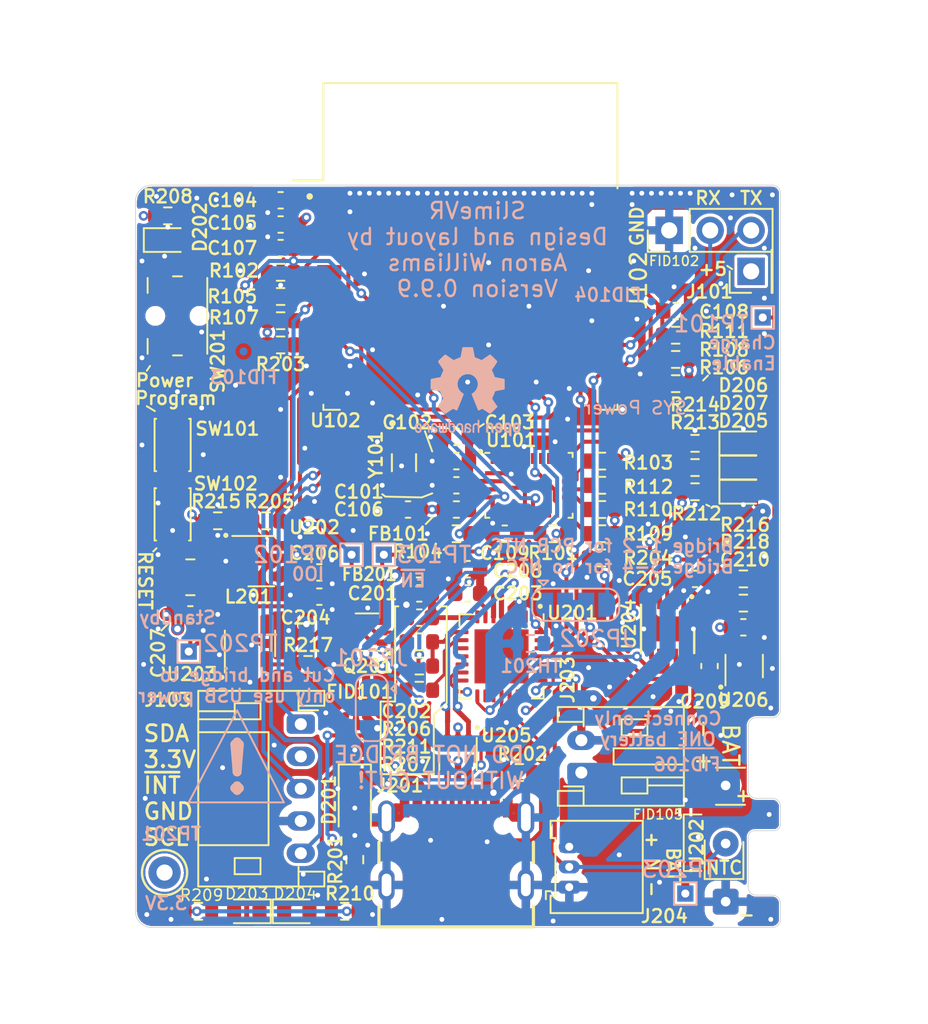
<source format=kicad_pcb>
(kicad_pcb (version 20211014) (generator pcbnew)
  (title_block (title "Slime VR Motion Tracker") (date "2022-04-05") (rev "0.9.9") (company "Copyright © 2022 Aaron Williams"))
  (layers (0 "F.Cu" mixed) (1 "In1.Cu" power) (2 "In2.Cu" power) (31 "B.Cu" mixed) (34 "B.Paste" user) (35 "F.Paste" user) (36 "B.SilkS" user "B.Silkscreen") (37 "F.SilkS" user "F.Silkscreen") (38 "B.Mask" user) (39 "F.Mask" user) (44 "Edge.Cuts" user))
  (net 0 "")
  (net 1 "GND")
  (net 2 "VBUS")
  (net 3 "/SDA")
  (net 4 "/~{INT1}")
  (net 5 "/SCL")
  (net 6 "/USB and  Power/D_P")
  (net 7 "/USB and  Power/D_N")
  (net 10 "/~{INT0}")
  (net 11 "/USB and  Power/DTR")
  (net 21 "TXD")
  (net 22 "RXD")
  (net 23 "/USB and  Power/CC2")
  (net 24 "/USB and  Power/CC1")
  (net 25 "/USB and  Power/STB")
  (net 26 "SHUTDOWN")
  (net 27 "CHG_EN")
  (net 28 "IO0")
  (net 29 "/USB and  Power/PBTN")
  (net 30 "/USB and  Power/THERM")
  (net 31 "Net-(D204-Pad2)")
  (net 32 "/USB and  Power/TX_LED")
  (net 33 "/USB and  Power/RX_LED")
  (net 34 "/USB and  Power/STAT1")
  (net 35 "/USB and  Power/STAT2")
  (net 37 "/USB and  Power/BATT+")
  (net 38 "/USB and  Power/THERM_CONN")
  (net 39 "/USB and  Power/~{PG}")
  (net 40 "/~{BNO_RESET}")
  (net 41 "/USB and  Power/THERM_PCB")
  (net 42 "/B_CLK")
  (net 43 "/CAP")
  (net 44 "/USB and  Power/RTS")
  (net 45 "/~{RST}")
  (net 46 "~{EN}")
  (net 47 "/USB and  Power/D_R_N")
  (net 48 "/USB and  Power/D_R_P")
  (net 50 "+3V0")
  (net 51 "Net-(D202-Pad2)")
  (net 52 "Net-(D203-Pad2)")
  (net 53 "Net-(R103-Pad2)")
  (net 54 "Net-(R112-Pad1)")
  (net 55 "/BNO_PWR")
  (net 56 "/~{BNO_BOOT}")
  (net 57 "Net-(JP202-Pad4)")
  (net 58 "/USB and  Power/PWR_IN")
  (net 59 "/USB and  Power/SW")
  (net 60 "/USB and  Power/FB")
  (net 61 "Net-(U101-Pad15)")
  (net 62 "Net-(U101-Pad16)")
  (net 63 "/USB and  Power/CP2102PWR")
  (net 64 "/USB and  Power/CP2102_VIO")
  (net 65 "Net-(R206-Pad2)")
  (net 66 "Net-(R207-Pad1)")
  (net 67 "/USB and  Power/USB_CHGEN")
  (net 74 "/USB and  Power/USB_CHG500MA")
  (net 82 "Net-(R216-Pad1)")
  (net 83 "Net-(R216-Pad2)")
  (net 85 "/USB and  Power/PG_LED")
  (net 86 "/USB and  Power/STAT2_LED")
  (net 87 "/USB and  Power/STAT1_LED")
  (footprint "Capacitor_SMD:C_0603_1608Metric" (layer "F.Cu") (at 106.900001 52.2375 180)
    (fp_text reference "C105")
    (fp_text value "0.1uF")
  )
  (footprint "Resistor_SMD:R_0603_1608Metric" (layer "F.Cu") (at 117.800001 71.4)
    (fp_text reference "R104")
    (fp_text value "10K")
  )
  (footprint "Resistor_SMD:R_0603_1608Metric" (layer "F.Cu") (at 106.900001 58.2)
    (fp_text reference "R107")
    (fp_text value "10K")
  )
  (footprint "Inductor_SMD:L_1008_2520Metric" (layer "F.Cu") (at 101.3 74.1 180)
    (fp_text reference "L201")
    (fp_text value "1.5uH")
  )
  (footprint "Package_LGA:LGA-28_5.2x3.8mm_P0.5mm" (layer "F.Cu") (at 122.300001 68.4)
    (fp_text reference "U101")
    (fp_text value "BNO085")
  )
  (footprint "Connector_Wire:SolderWire-0.1sqmm_1x03_P3.6mm_D0.4mm_OD1mm" (layer "F.Cu") (at 134.5 94.2 90)
    (fp_text reference "J202")
    (fp_text value "BAT w/THERM")
  )
  (footprint "Capacitor_SMD:C_0603_1608Metric" (layer "F.Cu") (at 120.800001 71.4 180)
    (fp_text reference "C109")
    (fp_text value "0.1uF")
  )
  (footprint "Resistor_SMD:R_0603_1608Metric" (layer "F.Cu") (at 115.5 78.1)
    (fp_text reference "R206")
    (fp_text value "47.5K")
  )
  (footprint "Connector_PinHeader_2.54mm:PinHeader_1x03_P2.54mm_Vertical" (layer "F.Cu") (at 131 52.6 90)
    (fp_text reference "J102")
    (fp_text value "Serial Connector DNI")
  )
  (footprint "LED_SMD:LED_0603_1608Metric" (layer "F.Cu") (at 135.6 67.3)
    (fp_text reference "D207")
    (fp_text value "Red")
  )
  (footprint "Resistor_SMD:R_0603_1608Metric" (layer "F.Cu") (at 99.9 51.7 180)
    (fp_text reference "R208")
    (fp_text value "470")
  )
  (footprint "Resistor_SMD:R_0603_1608Metric" (layer "F.Cu") (at 132.6 67.3)
    (fp_text reference "R213")
    (fp_text value "1K")
  )
  (footprint "Resistor_SMD:R_0603_1608Metric" (layer "F.Cu") (at 110.875001 94.8)
    (fp_text reference "R210")
    (fp_text value "470")
  )
  (footprint "Resistor_SMD:R_0603_1608Metric" (layer "F.Cu") (at 126.8 68.4)
    (fp_text reference "R112")
    (fp_text value "10K")
  )
  (footprint "Fiducial:Fiducial_0.5mm_Mask1mm" (layer "F.Cu") (at 132.1 55.4)
    (fp_text reference "FID102")
    (fp_text value "Fiducial")
  )
  (footprint "Resistor_SMD:R_0603_1608Metric" (layer "F.Cu") (at 135.6 74.2 180)
    (fp_text reference "R216")
    (fp_text value "1K")
  )
  (footprint "Capacitor_SMD:C_0603_1608Metric" (layer "F.Cu") (at 133.5 79.6 -90)
    (fp_text reference "C209")
    (fp_text value "4.7uF 10V")
  )
  (footprint "Aaron:GCT_USB4105-GF-A" (layer "F.Cu") (at 117.787 93.165)
    (fp_text reference "J201")
    (fp_text value "USB_C_Receptacle_USB2.0_GCT")
  )
  (footprint "Resistor_SMD:R_0603_1608Metric" (layer "F.Cu") (at 103 70.6)
    (fp_text reference "R215")
    (fp_text value "39K")
  )
  (footprint "Capacitor_SMD:C_0603_1608Metric" (layer "F.Cu") (at 114.8 69.9 180)
    (fp_text reference "C106")
    (fp_text value "0.1uF")
  )
  (footprint "Resistor_SMD:R_0603_1608Metric" (layer "F.Cu") (at 126.8 66.9 180)
    (fp_text reference "R103")
    (fp_text value "10K")
  )
  (footprint "Fiducial:Fiducial_0.5mm_Mask1mm" (layer "F.Cu") (at 110.9 82.7)
    (fp_text reference "FID101")
    (fp_text value "Fiducial")
  )
  (footprint "Connector_PinHeader_2.54mm:PinHeader_1x01_P2.54mm_Vertical" (layer "F.Cu") (at 136.08 55.14 90)
    (fp_text reference "J101")
    (fp_text value "VBUS DNI")
  )
  (footprint "Package_TO_SOT_SMD:TSOT-23-6" (layer "F.Cu") (at 105 78.2 90)
    (fp_text reference "U203")
    (fp_text value "MAX16054AZTT")
  )
  (footprint "Capacitor_SMD:C_0603_1608Metric" (layer "F.Cu") (at 115.5 75.1 180)
    (fp_text reference "C201")
    (fp_text value "4.7uF 10V")
  )
  (footprint "Resistor_SMD:R_0603_1608Metric" (layer "F.Cu") (at 135.6 75.7 180)
    (fp_text reference "R218")
    (fp_text value "10K")
  )
  (footprint "Capacitor_SMD:C_0603_1608Metric" (layer "F.Cu") (at 101.3 76.4)
    (fp_text reference "C207")
    (fp_text value "10uF 10V")
  )
  (footprint "RF_Module:ESP-WROOM-02" (layer "F.Cu") (at 118.670001 56.7)
    (fp_text reference "U102")
    (fp_text value "ESP-WROOM-02")
  )
  (footprint "Resistor_SMD:R_0603_1608Metric" (layer "F.Cu") (at 101.800001 94.8 180)
    (fp_text reference "R209")
    (fp_text value "470")
  )
  (footprint "Inductor_SMD:L_0603_1608Metric" (layer "F.Cu") (at 115.5 73.6)
    (fp_text reference "FB201")
    (fp_text value "LI0603E470R-10")
  )
  (footprint "Resistor_SMD:R_0603_1608Metric" (layer "F.Cu") (at 131.4 59.1 180)
    (fp_text reference "R111")
    (fp_text value "10K")
  )
  (footprint "Resistor_SMD:R_0603_1608Metric" (layer "F.Cu") (at 126.8 72.9)
    (fp_text reference "R204")
    (fp_text value "10K")
  )
  (footprint "Resistor_SMD:R_0603_1608Metric" (layer "F.Cu") (at 111.5 91.6 -90)
    (fp_text reference "R201")
    (fp_text value "5.1K")
  )
  (footprint "Capacitor_SMD:C_0603_1608Metric" (layer "F.Cu") (at 118.5 73.6 180)
    (fp_text reference "C208")
    (fp_text value "4.7uF 10V")
  )
  (footprint "LED_SMD:LED_0603_1608Metric" (layer "F.Cu") (at 107.900001 94.8)
    (fp_text reference "D204")
    (fp_text value "Red")
  )
  (footprint "Connector_Molex:Molex_PicoBlade_53048-0310_1x03_P1.25mm_Horizontal" (layer "F.Cu") (at 124.800001 93.3 90)
    (fp_text reference "J204")
    (fp_text value "BAT w/THERM")
  )
  (footprint "LED_SMD:LED_0603_1608Metric" (layer "F.Cu") (at 135.600001 68.8)
    (fp_text reference "D205")
    (fp_text value "Blue")
  )
  (footprint "Capacitor_SMD:C_0603_1608Metric" (layer "F.Cu") (at 118.5 75.1 180)
    (fp_text reference "C203")
    (fp_text value "0.1uF")
  )
  (footprint "Package_TO_SOT_SMD:SOT-353_SC-70-5" (layer "F.Cu") (at 135.65 79.6 90)
    (fp_text reference "U206")
    (fp_text value "NC7SP38P5X")
  )
  (footprint "Resistor_SMD:R_0603_1608Metric" (layer "F.Cu") (at 115.5 81.1 180)
    (fp_text reference "R207")
    (fp_text value "1K")
  )
  (footprint "Resistor_SMD:R_0603_1608Metric" (layer "F.Cu") (at 126.8 71.4 180)
    (fp_text reference "R109")
    (fp_text value "4.7K")
  )
  (footprint "Resistor_SMD:R_0603_1608Metric" (layer "F.Cu") (at 126.8 69.9 180)
    (fp_text reference "R110")
    (fp_text value "4.7K")
  )
  (footprint "Capacitor_SMD:C_0603_1608Metric" (layer "F.Cu") (at 109.3 73.8)
    (fp_text reference "C206")
    (fp_text value "0.1uF")
  )
  (footprint "Package_DFN_QFN:DFN-10-1EP_3x3mm_P0.5mm_EP1.55x2.48mm" (layer "F.Cu") (at 130.9 77.3 -90)
    (fp_text reference "U204")
    (fp_text value "MCP73837")
  )
  (footprint "TestPoint:TestPoint_Keystone_5000-5004_Miniature" (layer "F.Cu") (at 99.700001 92.4)
    (fp_text reference "TP201")
    (fp_text value "V2.94")
  )
  (footprint "Resistor_SMD:R_0603_1608Metric" (layer "F.Cu") (at 106 70.6)
    (fp_text reference "R205")
    (fp_text value "10K")
  )
  (footprint "Package_TO_SOT_SMD:TSOT-23-5" (layer "F.Cu") (at 105.7 73.1)
    (fp_text reference "U202")
    (fp_text value "RT5750XXGJ5")
  )
  (footprint "Button_Switch_SMD:SW_SPST_CK_KXT3" (layer "F.Cu") (at 100.2 65.9 90)
    (fp_text reference "SW101")
    (fp_text value "SW_Push")
  )
  (footprint "Package_TO_SOT_SMD:SOT-363_SC-70-6" (layer "F.Cu") (at 112.25 77.5 180)
    (fp_text reference "Q201")
    (fp_text value "UMH3N")
  )
  (footprint "Capacitor_SMD:C_0603_1608Metric" (layer "F.Cu") (at 131.400001 57.6)
    (fp_text reference "C108")
    (fp_text value "0.1uF")
  )
  (footprint "Fiducial:Fiducial_0.5mm_Mask1mm" (layer "F.Cu") (at 131.000001 89.9)
    (fp_text reference "FID105")
    (fp_text value "Fiducial")
  )
  (footprint "Resistor_SMD:R_0603_1608Metric" (layer "F.Cu") (at 115.5 79.6 180)
    (fp_text reference "R211")
    (fp_text value "22.1K")
  )
  (footprint "Resistor_SMD:R_0603_1608Metric" (layer "F.Cu") (at 108.6 79.5)
    (fp_text reference "R217")
    (fp_text value "10K")
  )
  (footprint "Inductor_SMD:L_0603_1608Metric" (layer "F.Cu") (at 117.8 69.9)
    (fp_text reference "FB101")
    (fp_text value "LI0603E470R-10")
  )
  (footprint "Resistor_SMD:R_0603_1608Metric" (layer "F.Cu") (at 106.900001 55.2)
    (fp_text reference "R102")
    (fp_text value "10K")
  )
  (footprint "Connector_JST:JST_PH_S5B-PH-K_1x05_P2.00mm_Horizontal" (layer "F.Cu") (at 108.150001 83.2 -90)
    (fp_text reference "J103")
    (fp_text value "External Motion")
  )
  (footprint "Capacitor_SMD:C_0603_1608Metric" (layer "F.Cu") (at 109.3 75.3)
    (fp_text reference "C204")
    (fp_text value "10uF 10V")
  )
  (footprint "Capacitor_SMD:C_0603_1608Metric" (layer "F.Cu") (at 115.5 76.6 180)
    (fp_text reference "C202")
    (fp_text value "0.1uF")
  )
  (footprint "Resistor_SMD:R_0603_1608Metric" (layer "F.Cu") (at 123.800001 71.4 180)
    (fp_text reference "R101")
    (fp_text value "10K")
  )
  (footprint "Capacitor_SMD:C_0603_1608Metric" (layer "F.Cu") (at 135.6 77.2)
    (fp_text reference "C210")
    (fp_text value "0.1uF")
  )
  (footprint "Resistor_SMD:R_0603_1608Metric" (layer "F.Cu") (at 132.6 68.8)
    (fp_text reference "R212")
    (fp_text value "1K")
  )
  (footprint "Capacitor_SMD:C_0603_1608Metric" (layer "F.Cu") (at 132.6 74.2)
    (fp_text reference "C205")
    (fp_text value "4.7uF 10V")
  )
  (footprint "Resistor_SMD:R_0603_1608Metric" (layer "F.Cu") (at 121.7 86.2)
    (fp_text reference "R202")
    (fp_text value "5.1K")
  )
  (footprint "Connector_JST:JST_PH_S2B-PH-K_1x02_P2.00mm_Horizontal" (layer "F.Cu") (at 125.55 86.2 90)
    (fp_text reference "J203")
    (fp_text value "BAT_NO_THERM")
  )
  (footprint "LED_SMD:LED_0603_1608Metric" (layer "F.Cu") (at 99.9 53.2)
    (fp_text reference "D202")
    (fp_text value "Green")
  )
  (footprint "Package_DFN_QFN:QFN-28-1EP_5x5mm_P0.5mm_EP3.35x3.35mm" (layer "F.Cu") (at 120.6 79 -90)
    (fp_text reference "U201")
    (fp_text value "CP2102N-Axx-xQFN28")
  )
  (footprint "Capacitor_SMD:C_0603_1608Metric" (layer "F.Cu") (at 106.900001 50.7375 180)
    (fp_text reference "C104")
    (fp_text value "10uF 10V")
  )
  (footprint "Capacitor_SMD:C_0603_1608Metric" (layer "F.Cu") (at 117.8 65.4 180)
    (fp_text reference "C103")
    (fp_text value "0.1uF")
  )
  (footprint "LED_SMD:LED_0603_1608Metric" (layer "F.Cu") (at 135.6 65.8)
    (fp_text reference "D206")
    (fp_text value "Green")
  )
  (footprint "Aaron:Panasonic_EVQPUL_EVQPUC" (layer "F.Cu") (at 100.5 57.9 90)
    (fp_text reference "SW201")
    (fp_text value "Power")
  )
  (footprint "Resistor_SMD:R_0603_1608Metric" (layer "F.Cu") (at 131.400001 62.1 180)
    (fp_text reference "R106")
    (fp_text value "4.7K")
  )
  (footprint "Resistor_SMD:R_0603_1608Metric" (layer "F.Cu") (at 106.9 59.7 180)
    (fp_text reference "R203")
    (fp_text value "10K")
  )
  (footprint "LED_SMD:LED_0603_1608Metric" (layer "F.Cu") (at 104.800001 94.8 180)
    (fp_text reference "D203")
    (fp_text value "Blue")
  )
  (footprint "Diode_SMD:D_SOD-123F" (layer "F.Cu") (at 111.5 87.9 -90)
    (fp_text reference "D201")
    (fp_text value "DSS12UTR")
  )
  (footprint "Button_Switch_SMD:SW_SPST_CK_KXT3" (layer "F.Cu") (at 100.2 70.2 -90)
    (fp_text reference "SW102")
    (fp_text value "SW_Push")
  )
  (footprint "Resistor_SMD:R_0603_1608Metric" (layer "F.Cu") (at 132.6 65.8)
    (fp_text reference "R214")
    (fp_text value "1K")
  )
  (footprint "Package_TO_SOT_SMD:SOT-323-6L" (layer "F.Cu") (at 117.900001 85.3 -90)
    (fp_text reference "U205")
    (fp_text value "USBUF02W6")
  )
  (footprint "Capacitor_SMD:C_0603_1608Metric" (layer "F.Cu") (at 117.8 66.9 180)
    (fp_text reference "C102")
    (fp_text value "0.1uF")
  )
  (footprint "Capacitor_SMD:C_0603_1608Metric" (layer "F.Cu") (at 117.8 68.4 180)
    (fp_text reference "C101")
    (fp_text value "10uF 10V")
  )
  (footprint "Resistor_SMD:R_0603_1608Metric" (layer "F.Cu") (at 131.4 60.6 180)
    (fp_text reference "R108")
    (fp_text value "4.7K")
  )
  (footprint "Capacitor_SMD:C_0603_1608Metric" (layer "F.Cu") (at 106.900001 53.7 180)
    (fp_text reference "C107")
    (fp_text value "0.1uF")
  )
  (footprint "Aaron:OSC_OM-7604-C7" (layer "F.Cu") (at 114.55 67 -90)
    (fp_text reference "Y101")
    (fp_text value "OM-7604-C7")
  )
  (footprint "Resistor_SMD:R_0603_1608Metric" (layer "F.Cu") (at 106.900001 56.7)
    (fp_text reference "R105")
    (fp_text value "10K")
  )
  (footprint "Resistor_SMD:R_0603_1608Metric" (layer "B.Cu") (at 122.4 78.2 180)
    (fp_text reference "TH201")
    (fp_text value "10K")
  )
  (footprint "Jumper:SolderJumper-3_P1.3mm_Bridged12_RoundedPad1.0x1.5mm" (layer "B.Cu") (at 112.5575 82.2 -90)
    (fp_text reference "JP201")
    (fp_text value "Power Select")
  )
  (footprint "TestPoint:TestPoint_THTPad_1.0x1.0mm_Drill0.5mm" (layer "B.Cu") (at 111.3 72.7 180)
    (fp_text reference "TP102")
    (fp_text value "IO0")
  )
  (footprint "Fiducial:Fiducial_0.5mm_Mask1mm" (layer "B.Cu") (at 104.6 60.1 180)
    (fp_text reference "FID103")
    (fp_text value "Fiducial")
  )
  (footprint "TestPoint:TestPoint_THTPad_1.0x1.0mm_Drill0.5mm" (layer "B.Cu") (at 101.200001 78.7 180)
    (fp_text reference "TP202")
    (fp_text value "STB")
  )
  (footprint "Fiducial:Fiducial_0.5mm_Mask1mm" (layer "B.Cu") (at 129.9 57 180)
    (fp_text reference "FID104")
    (fp_text value "Fiducial")
  )
  (footprint "Symbol:OSHW-Logo2_7.3x6mm_SilkScreen" (layer "B.Cu") (at 118.5 62.6 180)
    (fp_text reference "LOGO101" hide)
    (fp_text value "Logo_Open_Hardware_Small" hide)
  )
  (footprint "Fiducial:Fiducial_0.5mm_Mask1mm" (layer "B.Cu") (at 135 84.9 180)
    (fp_text reference "FID106")
    (fp_text value "Fiducial")
  )
  (footprint "TestPoint:TestPoint_THTPad_1.0x1.0mm_Drill0.5mm" (layer "B.Cu") (at 132 93.7 180)
    (fp_text reference "TP203")
    (fp_text value "VBATT")
  )
  (footprint "Jumper:SolderJumper-4_P1.3mm_Bridged23_RoundedPad1.0x1.5mm" (layer "B.Cu") (at 125.2 75.8)
    (fp_text reference "JP202")
    (fp_text value "Therm Sensor Input")
  )
  (footprint "TestPoint:TestPoint_THTPad_1.0x1.0mm_Drill0.5mm" (layer "B.Cu") (at 136.800001 58 180)
    (fp_text reference "TP101")
    (fp_text value "CHG_EN")
  )
  (footprint "TestPoint:TestPoint_THTPad_1.0x1.0mm_Drill0.5mm" (layer "B.Cu") (at 113.3 72.7 180)
    (fp_text reference "TP103")
    (fp_text value "~{RST}")
  )
  (gr_line (start 107.1 88.05) (end 104.2 82.35) (layer "B.SilkS") (width 0.12))
  (gr_line (start 133.75 84.7) (end 131.65 84.7) (layer "B.SilkS") (width 0.12))
  (gr_line (start 101.2 88.05) (end 107.1 88.05) (layer "B.SilkS") (width 0.12))
  (gr_line (start 104.2 82.35) (end 101.2 88.05) (layer "B.SilkS") (width 0.12))
  (gr_line (start 133.200001 92.8) (end 135.600001 92.8) (layer "F.SilkS") (width 0.12))
  (gr_line (start 99 72.5) (end 99.2 72.3) (layer "F.SilkS") (width 0.12))
  (gr_circle (center 119.1 83.4) (end 119.2 83.4) (layer "F.SilkS") (width 0.12) (fill solid))
  (gr_line (start 117.2 75.9) (end 117.2 81.9) (layer "F.SilkS") (width 0.12))
  (gr_line (start 119.2 64.8) (end 119.5 64.6) (layer "F.SilkS") (width 0.12))
  (gr_line (start 113.1 81.8) (end 113.1 81.9) (layer "F.SilkS") (width 0.12))
  (gr_line (start 99.5 77.4) (end 99.9 77) (layer "F.SilkS") (width 0.12))
  (gr_circle (center 103.25 80.3) (end 103.35 80.3) (layer "F.SilkS") (width 0.12) (fill solid))
  (gr_line (start 134.6 54.8) (end 134.9 55) (layer "F.SilkS") (width 0.12))
  (gr_line (start 117 72.4) (end 117.2 72.2) (layer "F.SilkS") (width 0.12))
  (gr_line (start 115.65 69.15) (end 116.3 68.9) (layer "F.SilkS") (width 0.12))
  (gr_line (start 133.1 61.9) (end 133.4 61.6) (layer "F.SilkS") (width 0.12))
  (gr_circle (center 103.5 71.5) (end 103.6 71.5) (layer "F.SilkS") (width 0.12) (fill solid))
  (gr_line (start 131.900001 88.8) (end 133.000001 88.8) (layer "F.SilkS") (width 0.12))
  (gr_line (start 131.900001 92.3) (end 131.900001 88.8) (layer "F.SilkS") (width 0.12))
  (gr_line (start 114 75.9) (end 114 81.8) (layer "F.SilkS") (width 0.12))
  (gr_line (start 116.4 82.6) (end 116.4 86.3) (layer "F.SilkS") (width 0.12))
  (gr_line (start 106.9 60.5) (end 106.9 60.2225) (layer "F.SilkS") (width 0.12))
  (gr_line (start 98.6 61.3) (end 98.8 61) (layer "F.SilkS") (width 0.12))
  (gr_circle (center 119.300001 66.3) (end 119.400001 66.3) (layer "F.SilkS") (width 0.12) (fill solid))
  (gr_circle (center 134.2 80.9) (end 134.3 80.9) (layer "F.SilkS") (width 0.12) (fill solid))
  (gr_line (start 133.5 69.7) (end 133.3 69.6) (layer "F.SilkS") (width 0.12))
  (gr_line (start 135.7 85.9) (end 133.9 85.9) (layer "F.SilkS") (width 0.12))
  (gr_line (start 114 75.9) (end 114.2 75.9) (layer "F.SilkS") (width 0.12))
  (gr_line (start 113.4 69.1) (end 115.65 69.15) (layer "F.SilkS") (width 0.12))
  (gr_circle (center 132.4 75.3) (end 132.5 75.3) (layer "F.SilkS") (width 0.12) (fill solid))
  (gr_line (start 113.2 68.95) (end 113.4 69.1) (layer "F.SilkS") (width 0.12))
  (gr_circle (center 113.7 78.8) (end 113.8 78.8) (layer "F.SilkS") (width 0.12) (fill solid))
  (gr_line (start 133.000001 92.3) (end 131.900001 92.3) (layer "F.SilkS") (width 0.12))
  (gr_circle (center 123 75.9) (end 123.1 75.9) (layer "F.SilkS") (width 0.12) (fill solid))
  (gr_line (start 114 81.8) (end 113.1 81.8) (layer "F.SilkS") (width 0.12))
  (gr_line (start 115.9 70.8) (end 116.300001 70.4) (layer "F.SilkS") (width 0.12))
  (gr_line (start 135.700001 88.2) (end 133.900001 88.2) (layer "F.SilkS") (width 0.12))
  (gr_line (start 113.1 86.3) (end 113.1 81.9) (layer "F.SilkS") (width 0.12))
  (gr_line (start 117.2 75.9) (end 116.8 75.9) (layer "F.SilkS") (width 0.12))
  (gr_circle (center 108.7 50.5) (end 108.841421 50.5) (layer "F.SilkS") (width 0.12) (fill solid))
  (gr_line (start 133.200001 90.4) (end 133.200001 92.8) (layer "F.SilkS") (width 0.12))
  (gr_line (start 116.4 86.3) (end 113.1 86.3) (layer "F.SilkS") (width 0.12))
  (gr_line (start 98.6 63.5) (end 99.1 63.8) (layer "F.SilkS") (width 0.12))
  (gr_line (start 117.2 81.9) (end 116.4 82.6) (layer "F.SilkS") (width 0.12))
  (gr_line (start 135.600001 92.8) (end 135.600001 90.5) (layer "F.SilkS") (width 0.12))
  (gr_line (start 116.3 66.3) (end 115.85 65.05) (layer "F.SilkS") (width 0.12))
  (gr_line (start 136.400001 93.8) (end 137.400001 93.8) (layer "Edge.Cuts") (width 0.05))
  (gr_line (start 98.9 95.8) (end 137.4 95.8) (layer "Edge.Cuts") (width 0.05))
  (gr_line (start 97.9 50.8) (end 97.9 94.8) (layer "Edge.Cuts") (width 0.05))
  (gr_arc (start 135.900001 83.3) (mid 136.046448 82.946447) (end 136.400001 82.8) (layer "Edge.Cuts") (width 0.05))
  (gr_line (start 135.900001 83.3) (end 135.900001 87.3) (layer "Edge.Cuts") (width 0.05))
  (gr_arc (start 97.9 50.8) (mid 98.192893 50.092893) (end 98.9 49.8) (layer "Edge.Cuts") (width 0.05))
  (gr_arc (start 137.900001 82.3) (mid 137.753554 82.653553) (end 137.400001 82.8) (layer "Edge.Cuts") (width 0.05))
  (gr_line (start 137.400001 82.8) (end 136.400001 82.8) (layer "Edge.Cuts") (width 0.05))
  (gr_arc (start 137.400001 93.8) (mid 137.753554 93.946447) (end 137.900001 94.3) (layer "Edge.Cuts") (width 0.05))
  (gr_line (start 136.400001 87.8) (end 137.400001 87.8) (layer "Edge.Cuts") (width 0.05))
  (gr_arc (start 98.9 95.8) (mid 98.192894 95.507106) (end 97.9 94.8) (layer "Edge.Cuts") (width 0.05))
  (gr_line (start 137.500001 89.8) (end 136.300001 89.8) (layer "Edge.Cuts") (width 0.05))
  (gr_line (start 135.900001 90.2) (end 135.900001 93.3) (layer "Edge.Cuts") (width 0.05))
  (gr_line (start 137.900001 88.3) (end 137.900001 89.4) (layer "Edge.Cuts") (width 0.05))
  (gr_arc (start 135.900001 90.2) (mid 136.017158 89.917157) (end 136.300001 89.8) (layer "Edge.Cuts") (width 0.05))
  (gr_arc (start 137.400001 87.8) (mid 137.753554 87.946447) (end 137.900001 88.3) (layer "Edge.Cuts") (width 0.05))
  (gr_arc (start 137.4 49.8) (mid 137.753553 49.946447) (end 137.9 50.3) (layer "Edge.Cuts") (width 0.05))
  (gr_arc (start 136.400001 87.8) (mid 136.046448 87.653553) (end 135.900001 87.3) (layer "Edge.Cuts") (width 0.05))
  (gr_arc (start 136.400001 93.8) (mid 136.046448 93.653553) (end 135.900001 93.3) (layer "Edge.Cuts") (width 0.05))
  (gr_line (start 137.4 49.8) (end 98.9 49.8) (layer "Edge.Cuts") (width 0.05))
  (gr_line (start 137.9 82.3) (end 137.9 50.3) (layer "Edge.Cuts") (width 0.05))
  (gr_arc (start 137.900001 89.4) (mid 137.782844 89.682843) (end 137.500001 89.8) (layer "Edge.Cuts") (width 0.05))
  (gr_line (start 137.9 94.3) (end 137.9 95.3) (layer "Edge.Cuts") (width 0.05))
  (gr_arc (start 137.9 95.3) (mid 137.753553 95.653553) (end 137.4 95.8) (layer "Edge.Cuts") (width 0.05))
  (gr_text "Charge\nEnable" (at 137.7 60.2) (layer "B.SilkS") (effects (font (size 0.8 0.8)) (justify left mirror)))
  (gr_text "Connect only\nONE battery" (at 130.3 83.5) (layer "B.SilkS") (effects (font (size 0.8 0.8)) (justify mirror)))
  (gr_text "!" (at 104.2 85.95) (layer "B.SilkS") (effects (font (size 3 3) (thickness 0.55)) (justify mirror)))
  (gr_text "Cut and bridge to\nonly use USB power" (at 110.4 80.8) (layer "B.SilkS") (effects (font (size 0.8 0.8)) (justify left mirror)))
  (gr_text "Bridge 1-2 for PCB NTC\nBridge 3-4 for no NTC" (at 135.1 72.8) (layer "B.SilkS") (effects (font (size 0.8 0.8)) (justify left mirror)))
  (gr_text "~{EN}" (at 115.1 74.3) (layer "B.SilkS") (effects (font (size 0.8 0.8)) (justify mirror)))
  (gr_text "IO0" (at 108.6 73.9) (layer "B.SilkS") (effects (font (size 0.8 0.8)) (justify mirror)))
  (gr_text "SYS Power" (at 128.9 63.6) (layer "B.SilkS") (effects (font (size 0.8 0.8) (thickness 0.12)) (justify mirror)))
  (gr_text "SlimeVR\nDesign and layout by\nAaron Williams\nVersion 0.9.9" (at 119.1 53.8) (layer "B.SilkS") (effects (font (size 1 1)) (justify mirror)))
  (gr_text "DO NOT BRIDGE\nWITHOUT CUT!" (at 122.1 85.9) (layer "B.SilkS") (effects (font (size 1 1)) (justify left mirror)))
  (gr_text "Standby" (at 100.5 76.6) (layer "B.SilkS") (effects (font (size 0.8 0.8)) (justify mirror)))
  (gr_text "3.3V" (at 99.800001 94.3) (layer "B.SilkS") (effects (font (size 0.8 0.8)) (justify mirror)))
  (gr_text "-" (at 135.800001 95) (layer "F.SilkS") (effects (font (size 0.8 0.8))))
  (gr_text "BAT\n- +" (at 134 84.5 270) (layer "F.SilkS") (effects (font (size 1 1))))
  (gr_text "RX  TX" (at 134.7 50.6) (layer "F.SilkS") (effects (font (size 0.8 0.8))))
  (gr_text "SDA\n3.3V\n~{INT}\nGND\nSCL" (at 98.300001 87) (layer "F.SilkS") (effects (font (size 1 1) (thickness 0.17)) (justify left)))
  (gr_text "RESET" (at 98.5 74.3 270) (layer "F.SilkS") (effects (font (size 0.8 0.8))))
  (gr_text "+" (at 135.600001 87.6) (layer "F.SilkS") (effects (font (size 0.8 0.8))))
  (gr_text "NTC" (at 134.400001 92.1) (layer "F.SilkS") (effects (font (size 0.8 0.8))))
  (gr_text "GND" (at 129 52.35 90) (layer "F.SilkS") (effects (font (size 0.8 0.8))))
  (gr_text "BAT\n+ N -" (at 130.600001 91.9 270) (layer "F.SilkS") (effects (font (size 0.8 0.8))))
  (gr_text "+5" (at 133.7 55) (layer "F.SilkS") (effects (font (size 0.8 0.8))))
  (gr_text "Power" (at 99.7 61.9) (layer "F.SilkS") (effects (font (size 0.8 0.8))))
  (gr_text "Program" (at 100.4 63) (layer "F.SilkS") (effects (font (size 0.8 0.8))))
  (segment (start 129.9 75.75) (end 129.9 75.002666) (width 0.3) (layer "F.Cu") (net 1))
  (segment (start 129.9 76.3) (end 130.9 77.3) (width 0.3) (layer "F.Cu") (net 1))
  (segment (start 117.3 74.2) (end 117.3 74.025) (width 0.5) (layer "F.Cu") (net 1))
  (segment (start 105 79.3375) (end 105 78.4) (width 0.6) (layer "F.Cu") (net 1))
  (segment (start 117.900001 83.401) (end 117.900501 83.4005) (width 0.3) (layer "F.Cu") (net 1))
  (segment (start 119.912501 67.65) (end 121.150001 67.65) (width 0.25) (layer "F.Cu") (net 1))
  (segment (start 117.3 74.2) (end 117.3 74.675) (width 0.5) (layer "F.Cu") (net 1))
  (segment (start 114.587 88.41) (end 114.042 88.41) (width 0.6) (layer "F.Cu") (net 1))
  (segment (start 106.825 70.6) (end 107.1 70.6) (width 0.8) (layer "F.Cu") (net 1))
  (segment (start 120.987 88.41) (end 121.532 88.41) (width 0.6) (layer "F.Cu") (net 1))
  (segment (start 99.7 53.8) (end 99.1 53.2) (width 0.25) (layer "F.Cu") (net 1))
  (segment (start 113.152 89.3) (end 113.467 88.985) (width 0.5) (layer "F.Cu") (net 1))
  (segment (start 105 78.4) (end 105.1 78.3) (width 0.6) (layer "F.Cu") (net 1))
  (segment (start 120.050001 70.0625) (end 120.050001 69.2875) (width 0.25) (layer "F.Cu") (net 1))
  (segment (start 117.3 74.675) (end 117.725 75.1) (width 0.5) (layer "F.Cu") (net 1))
  (segment (start 136.375 77.2) (end 136.900001 77.725001) (width 0.25) (layer "F.Cu") (net 1))
  (segment (start 107.1 70.6) (end 108.1 71.6) (width 0.8) (layer "F.Cu") (net 1))
  (segment (start 121.532 88.41) (end 122.107 88.985) (width 0.6) (layer "F.Cu") (net 1))
  (segment (start 121.1 76.55) (end 121.1 78.5) (width 0.25) (layer "F.Cu") (net 1))
  (segment (start 129.9 75.75) (end 129.9 76.3) (width 0.3) (layer "F.Cu") (net 1))
  (segment (start 122.050002 66.5) (end 122.050002 66.050002) (width 0.25) (layer "F.Cu") (net 1))
  (segment (start 114.05 80.05) (end 114.05 79.6) (width 0.5) (layer "F.Cu") (net 1))
  (segment (start 122.050002 66.050002) (end 122 66) (width 0.25) (layer "F.Cu") (net 1))
  (segment (start 114.042 88.41) (end 113.467 88.985) (width 0.6) (layer "F.Cu") (net 1))
  (segment (start 99.7 54.2) (end 99.7 53.8) (width 0.25) (layer "F.Cu") (net 1))
  (segment (start 121.1 76.55) (end 121.1 75.971988) (width 0.25) (layer "F.Cu") (net 1))
  (segment (start 103.5 73.1) (end 104.5625 73.1) (width 0.6) (layer "F.Cu") (net 1))
  (segment (start 111.5 89.3) (end 113.152 89.3) (width 0.5) (layer "F.Cu") (net 1))
  (segment (start 111.5 89.3) (end 111.5 90.1) (width 0.5) (layer "F.Cu") (net 1))
  (segment (start 110.075001 73.95) (end 110.075001 73.024999) (width 0.5) (layer "F.Cu") (net 1))
  (segment (start 111.5 90.1) (end 111.5 90.775) (width 0.5) (layer "F.Cu") (net 1))
  (segment (start 120.050001 70.75) (end 120.050001 71.35) (width 0.25) (layer "F.Cu") (net 1))
  (segment (start 136.900001 77.725001) (end 136.900001 77.830017) (width 0.25) (layer "F.Cu") (net 1))
  (segment (start 129.9 75.002666) (end 129.800001 74.902667) (width 0.3) (layer "F.Cu") (net 1))
  (segment (start 114.05 79.6) (end 114.675 79.6) (width 0.5) (layer "F.Cu") (net 1))
  (segment (start 99.65 55.275) (end 99.65 54.25) (width 0.25) (layer "F.Cu") (net 1))
  (segment (start 127.420001 58.2) (end 126.2 58.2) (width 0.6) (layer "F.Cu") (net 1))
  (segment (start 113.65 80.45) (end 114.05 80.05) (width 0.5) (layer "F.Cu") (net 1))
  (segment (start 99.65 54.25) (end 99.7 54.2) (width 0.25) (layer "F.Cu") (net 1))
  (segment (start 121.1 75.971988) (end 121.471988 75.6) (width 0.25) (layer "F.Cu") (net 1))
  (segment (start 130.9 77.3) (end 129.4245 77.3) (width 0.3) (layer "F.Cu") (net 1))
  (segment (start 117.3 74.025) (end 117.725 73.6) (width 0.5) (layer "F.Cu") (net 1))
  (segment (start 121.150001 67.65) (end 121.200001 67.7) (width 0.25) (layer "F.Cu") (net 1))
  (segment (start 117.900001 84.375) (end 117.900001 83.401) (width 0.3) (layer "F.Cu") (net 1))
  (segment (start 120.050001 69.2875) (end 119.912501 69.15) (width 0.25) (layer "F.Cu") (net 1))
  (segment (start 120.050001 70.0625) (end 120.050001 70.75) (width 0.25) (layer "F.Cu") (net 1))
  (segment (start 121.471988 75.6) (end 121.7 75.6) (width 0.25) (layer "F.Cu") (net 1))
  (via (at 99.3 77.3) (size 0.6) (drill 0.3) (layers "F.Cu" "B.Cu") (net 1))
  (via (at 136.900001 77.830017) (size 0.6) (drill 0.3) (layers "F.Cu" "B.Cu") (net 1))
  (via (at 104.4 55.1) (size 0.6) (drill 0.3) (layers "F.Cu" "B.Cu") (net 1))
  (via (at 136.899532 53.7) (size 0.6) (drill 0.3) (layers "F.Cu" "B.Cu") (net 1))
  (via (at 108.4 66.1) (size 0.6) (drill 0.3) (layers "F.Cu" "B.Cu") (net 1))
  (via (at 137.2 88.8) (size 0.6) (drill 0.3) (layers "F.Cu" "B.Cu") (net 1))
  (via (at 115.7 85.5) (size 0.6) (drill 0.3) (layers "F.Cu" "B.Cu") (net 1))
  (via (at 119.8 54.6) (size 0.6) (drill 0.3) (layers "F.Cu" "B.Cu") (net 1))
  (via (at 105 52.3) (size 0.6) (drill 0.3) (layers "F.Cu" "B.Cu") (net 1))
  (via (at 105.1 78.3) (size 0.6) (drill 0.3) (layers "F.Cu" "B.Cu") (net 1))
  (via (at 112.6 60) (size 0.6) (drill 0.3) (layers "F.Cu" "B.Cu") (net 1))
  (via (at 99.2 50.5) (size 0.6) (drill 0.3) (layers "F.Cu" "B.Cu") (net 1))
  (via (at 99.3 72.7) (size 0.6) (drill 0.3) (layers "F.Cu" "B.Cu") (net 1))
  (via (at 98.600001 95) (size 0.6) (drill 0.3) (layers "F.Cu" "B.Cu") (net 1))
  (via (at 114.7 75.8) (size 0.8) (drill 0.4) (layers "F.Cu" "B.Cu") (net 1))
  (via (at 105 80.6) (size 0.6) (drill 0.3) (layers "F.Cu" "B.Cu") (net 1))
  (via (at 102 63.6) (size 0.6) (drill 0.3) (layers "F.Cu" "B.Cu") (net 1))
  (via (at 133.4 75) (size 0.6) (drill 0.3) (layers "F.Cu" "B.Cu") (net 1))
  (via (at 99.9 52.4) (size 0.6) (drill 0.3) (layers "F.Cu" "B.Cu") (net 1))
  (via (at 132.6 69.6) (size 0.6) (drill 0.3) (layers "F.Cu" "B.Cu") (net 1))
  (via (at 122.6 50.3) (size 0.6) (drill 0.3) (layers "F.Cu" "B.Cu") (net 1))
  (via (at 110.2 79.5) (size 0.6) (drill 0.3) (layers "F.Cu" "B.Cu") (net 1))
  (via (at 127.9 91.3) (size 0.6) (drill 0.3) (layers "F.Cu" "B.Cu") (net 1))
  (via (at 105.2 75.2) (size 0.6) (drill 0.3) (layers "F.Cu" "B.Cu") (net 1))
  (via (at 115.4 62.8) (size 0.6) (drill 0.3) (layers "F.Cu" "B.Cu") (net 1))
  (via (at 106.5 84.5) (size 0.6) (drill 0.3) (layers "F.Cu" "B.Cu") (net 1))
  (via (at 111.5 84.8) (size 0.6) (drill 0.3) (layers "F.Cu" "B.Cu") (net 1))
  (via (at 98.3 65.9) (size 0.6) (drill 0.3) (layers "F.Cu" "B.Cu") (net 1))
  (via (at 134.2 55.9) (size 0.6) (drill 0.3) (layers "F.Cu" "B.Cu") (net 1))
  (via (at 112.6 63.3) (size 0.6) (drill 0.3) (layers "F.Cu" "B.Cu") (net 1))
  (via (at 101.7 50.6) (size 0.6) (drill 0.3) (layers "F.Cu" "B.Cu") (net 1))
  (via (at 120.050001 70.75) (size 0.6) (drill 0.3) (layers "F.Cu" "B.Cu") (net 1))
  (via (at 132.5 77.3) (size 0.6) (drill 0.3) (layers "F.Cu" "B.Cu") (net 1))
  (via (at 107.9 72.7) (size 0.6) (drill 0.3) (layers "F.Cu" "B.Cu") (net 1))
  (via (at 123.982984 77.111714) (size 0.6) (drill 0.3) (layers "F.Cu" "B.Cu") (net 1))
  (via (at 103 69.6) (size 0.6) (drill 0.3) (layers "F.Cu" "B.Cu") (net 1))
  (via (at 113.2 68.4) (size 0.6) (drill 0.3) (layers "F.Cu" "B.Cu") (net 1))
  (via (at 100.1 95.3) (size 0.6) (drill 0.3) (layers "F.Cu" "B.Cu") (net 1))
  (via (at 119.8 59.7) (size 0.6) (drill 0.3) (layers "F.Cu" "B.Cu") (net 1))
  (via (at 132.8 90.2) (size 0.6) (drill 0.3) (layers "F.Cu" "B.Cu") (net 1))
  (via (at 106.1 51.5) (size 0.6) (drill 0.3) (layers "F.Cu" "B.Cu") (net 1))
  (via (at 117.3 74.2) (size 0.6) (drill 0.3) (layers "F.Cu" "B.Cu") (net 1))
  (via (at 99.7 54.2) (size 0.6) (drill 0.3) (layers "F.Cu" "B.Cu") (net 1))
  (via (at 110.1 74.5) (size 0.6) (drill 0.3) (layers "F.Cu" "B.Cu") (net 1))
  (via (at 137.4 79.75) (size 0.6) (drill 0.3) (layers "F.Cu" "B.Cu") (net 1))
  (via (at 110.45 87.2) (size 0.6) (drill 0.3) (layers "F.Cu" "B.Cu") (net 1))
  (via (at 120.8 50.3) (size 0.6) (drill 0.3) (layers "F.Cu" "B.Cu") (net 1))
  (via (at 114.8 50.3) (size 0.6) (drill 0.3) (layers "F.Cu" "B.Cu") (net 1))
  (via (at 137.300001 95.3) (size 0.6) (drill 0.3) (layers "F.Cu" "B.Cu") (net 1))
  (via (at 119.709093 90.490907) (size 0.6) (drill 0.3) (layers "F.Cu" "B.Cu") (net 1))
  (via (at 116.3 68.4) (size 0.6) (drill 0.3) (layers "F.Cu" "B.Cu") (net 1))
  (via (at 102.3 92.8) (size 0.6) (drill 0.3) (layers "F.Cu" "B.Cu") (net 1))
  (via (at 117 57.3) (size 0.6) (drill 0.3) (layers "F.Cu" "B.Cu") (net 1))
  (via (at 98.4 79.5) (size 0.6) (drill 0.3) (layers "F.Cu" "B.Cu") (net 1))
  (via (at 134.2 83.9) (size 0.6) (drill 0.3) (layers "F.Cu" "B.Cu") (net 1))
  (via (at 132 71.6) (size 0.6) (drill 0.3) (layers "F.Cu" "B.Cu") (net 1))
  (via (at 130.5 50.3) (size 0.6) (drill 0.3) (layers "F.Cu" "B.Cu") (net 1))
  (via (at 114.2 50.3) (size 0.6) (drill 0.3) (layers "F.Cu" "B.Cu") (net 1))
  (via (at 109.7 82.5) (size 0.6) (drill 0.3) (layers "F.Cu" "B.Cu") (net 1))
  (via (at 110.075001 73.024999) (size 0.6) (drill 0.3) (layers "F.Cu" "B.Cu") (net 1))
  (via (at 100.2 71.2) (size 0.6) (drill 0.3) (layers "F.Cu" "B.Cu") (net 1))
  (via (at 112.1 55.3) (size 0.6) (drill 0.3) (layers "F.Cu" "B.Cu") (net 1))
  (via (at 134.9 50.4) (size 0.6) (drill 0.3) (layers "F.Cu" "B.Cu") (net 1))
  (via (at 98.3 60.5) (size 0.6) (drill 0.3) (layers "F.Cu" "B.Cu") (net 1))
  (via (at 128.8 54.5) (size 0.6) (drill 0.3) (layers "F.Cu" "B.Cu") (net 1))
  (via (at 108.3 92.5) (size 0.6) (drill 0.3) (layers "F.Cu" "B.Cu") (net 1))
  (via (at 133.3 57.6) (size 0.6) (drill 0.3) (layers "F.Cu" "B.Cu") (net 1))
  (via (at 136.899532 59) (size 0.6) (drill 0.3) (layers "F.Cu" "B.Cu") (net 1))
  (via (at 129.800001 74.902667) (size 0.6) (drill 0.3) (layers "F.Cu" "B.Cu") (net 1))
  (via (at 104.3 50.7) (size 0.6) (drill 0.3) (layers "F.Cu" "B.Cu") (net 1))
  (via (at 120.75 85.4) (size 0.6) (drill 0.3) (layers "F.Cu" "B.Cu") (net 1))
  (via (at 108.1 71.6) (size 0.6) (drill 0.3) (layers "F.Cu" "B.Cu") (net 1))
  (via (at 123.8 74.5) (size 0.6) (drill 0.3) (layers "F.Cu" "B.Cu") (net 1))
  (via (at 131.7 50.3) (size 0.6) (drill 0.3) (layers "F.Cu" "B.Cu") (net 1))
  (via (at 132.3 50.3) (size 0.6) (drill 0.3) (layers "F.Cu" "B.Cu") (net 1))
  (via (at 103.5 73.1) (size 0.6) (drill 0.3) (layers "F.Cu" "B.Cu") (net 1))
  (via (at 123.8 95.4) (size 0.6) (drill 0.3) (layers "F.Cu" "B.Cu") (net 1))
  (via (at 130 81.5) (size 0.6) (drill 0.3) (layers "F.Cu" "B.Cu") (net 1))
  (via (at 116.6 50.3) (size 0.6) (drill 0.3) (layers "F.Cu" "B.Cu") (net 1))
  (via (at 119 50.3) (size 0.6) (drill 0.3) (layers "F.Cu" "B.Cu") (net 1))
  (via (at 111.5 90.1) (size 0.6) (drill 0.3) (layers "F.Cu" "B.Cu") (net 1))
  (via (at 122.3 57.3) (size 0.6) (drill 0.3) (layers "F.Cu" "B.Cu") (net 1))
  (via (at 109.000001 69.4) (size 0.6) (drill 0.3) (layers "F.Cu" "B.Cu") (net 1))
  (via (at 118.5 62) (size 0.6) (drill 0.3) (layers "F.Cu" "B.Cu") (net 1))
  (via (at 129.2 61.5) (size 0.6) (drill 0.3) (layers "F.Cu" "B.Cu") (net 1))
  (via (at 112.3 90.7) (size 0.6) (drill 0.3) (layers "F.Cu" "B.Cu") (net 1))
  (via (at 116.2 65.4) (size 0.6) (drill 0.3) (layers "F.Cu" "B.Cu") (net 1))
  (via (at 131.1 50.3) (size 0.6) (drill 0.3) (layers "F.Cu" "B.Cu") (net 1))
  (via (at 105 57.4) (size 0.6) (drill 0.3) (layers "F.Cu" "B.Cu") (net 1))
  (via (at 125.6 50.3) (size 0.6) (drill 0.3) (layers "F.Cu" "B.Cu") (net 1))
  (via (at 110.9 91.5) (size 0.6) (drill 0.3) (layers "F.Cu" "B.Cu") (net 1))
  (via (at 102 58.9) (size 0.6) (drill 0.3) (layers "F.Cu" "B.Cu") (net 1))
  (via (at 112.6 95) (size 0.6) (drill 0.3) (layers "F.Cu" "B.Cu") (net 1))
  (via (at 113.6 50.3) (size 0.6) (drill 0.3) (layers "F.Cu" "B.Cu") (net 1))
  (via (at 117.8 50.3) (size 0.6) (drill 0.3) (layers "F.Cu" "B.Cu") (net 1))
  (via (at 107.4 77.4) (size 0.6) (drill 0.3) (layers "F.Cu" "B.Cu") (net 1))
  (via (at 118.4 50.3) (size 0.6) (drill 0.3) (layers "F.Cu" "B.Cu") (net 1))
  (via (at 116 71.4) (size 0.6) (drill 0.3) (layers "F.Cu" "B.Cu") (net 1))
  (via (at 103.1 78.9) (size 0.6) (drill 0.3) (layers "F.Cu" "B.Cu") (net 1))
  (via (at 111.2 51.45) (size 0.6) (drill 0.3) (layers "F.Cu" "B.Cu") (net 1))
  (via (at 128.1 63.7) (size 0.6) (drill 0.3) (layers "F.Cu" "B.Cu") (net 1))
  (via (at 123.2 50.3) (size 0.6) (drill 0.3) (layers "F.Cu" "B.Cu") (net 1))
  (via (at 135.6 69.6) (size 0.6) (drill 0.3) (layers "F.Cu" "B.Cu") (net 1))
  (via (at 111.400001 71.2) (size 0.6) (drill 0.3) (layers "F.Cu" "B.Cu") (net 1))
  (via (at 132.6 65) (size 0.6) (drill 0.3) (layers "F.Cu" "B.Cu") (net 1))
  (via (at 119.6 50.3) (size 0.6) (drill 0.3) (layers "F.Cu" "B.Cu") (net 1))
  (via (at 122 66) (size 0.6) (drill 0.3) (layers "F.Cu" "B.Cu") (net 1))
  (via (at 121.200001 67.7) (size 0.6) (drill 0.3) (layers "F.Cu" "B.Cu") (net 1))
  (via (at 112.9 70) (size 0.6) (drill 0.3) (layers "F.Cu" "B.Cu") (net 1))
  (via (at 120.9 83.1) (size 0.6) (drill 0.3) (layers "F.Cu" "B.Cu") (net 1))
  (via (at 126.2 58.2) (size 0.6) (drill 0.3) (layers "F.Cu" "B.Cu") (net 1))
  (via (at 121.7 75.6) (size 0.6) (drill 0.3) (layers "F.Cu" "B.Cu") (net 1))
  (via (at 117.2 50.3) (size 0.6) (drill 0.3) (layers "F.Cu" "B.Cu") (net 1))
  (via (at 137.4 50.4) (size 0.6) (drill 0.3) (layers "F.Cu" "B.Cu") (net 1))
  (via (at 103 71.5) (size 0.6) (drill 0.3) (layers "F.Cu" "B.Cu") (net 1))
  (via (at 126.2 51) (size 0.6) (drill 0.3) (layers "F.Cu" "B.Cu") (net 1))
  (via (at 111.5 88.4) (size 0.6) (drill 0.3) (layers "F.Cu" "B.Cu") (net 1))
  (via (at 107.5 75.2) (size 0.6) (drill 0.3) (layers "F.Cu" "B.Cu") (net 1))
  (via (at 129.7 70.8) (size 0.6) (drill 0.3) (layers "F.Cu" "B.Cu") (net 1))
  (via (at 112.4 50.3) (size 0.6) (drill 0.3) (layers "F.Cu" "B.Cu") (net 1))
  (via (at 104.100001 62.2) (size 0.6) (drill 0.3) (layers "F.Cu" "B.Cu") (net 1))
  (via (at 111.2 61) (size 0.6) (drill 0.3) (layers "F.Cu" "B.Cu") (net 1))
  (via (at 108.8 62.7) (size 0.6) (drill 0.3) (layers "F.Cu" "B.Cu") (net 1))
  (via (at 116.9 95.3) (size 0.6) (drill 0.3) (layers "F.Cu" "B.Cu") (net 1))
  (via (at 111.2 50.3) (size 0.6) (drill 0.3) (layers "F.Cu" "B.Cu") (net 1))
  (via (at 122.75 62) (size 0.6) (drill 0.3) (layers "F.Cu" "B.Cu") (net 1))
  (via (at 129.9 50.3) (size 0.6) (drill 0.3) (layers "F.Cu" "B.Cu") (net 1))
  (via (at 106.9 63.7) (size 0.6) (drill 0.3) (layers "F.Cu" "B.Cu") (net 1))
  (via (at 130.4 93) (size 0.6) (drill 0.3) (layers "F.Cu" "B.Cu") (net 1))
  (via (at 137.300001 82.2) (size 0.6) (drill 0.3) (layers "F.Cu" "B.Cu") (net 1))
  (via (at 100.5 62.6) (size 0.6) (drill 0.3) (layers "F.Cu" "B.Cu") (net 1))
  (via (at 103.3 85.9) (size 0.6) (drill 0.3) (layers "F.Cu" "B.Cu") (net 1))
  (via (at 132.6 53.7) (size 0.6) (drill 0.3) (layers "F.Cu" "B.Cu") (net 1))
  (via (at 126 55.1) (size 0.6) (drill 0.3) (layers "F.Cu" "B.Cu") (net 1))
  (via (at 116 50.3) (size 0.6) (drill 0.3) (layers "F.Cu" "B.Cu") (net 1))
  (via (at 116.2 90.4) (size 0.6) (drill 0.3) (layers "F.Cu" "B.Cu") (net 1))
  (via (at 123.8 50.3) (size 0.6) (drill 0.3) (layers "F.Cu" "B.Cu") (net 1))
  (via (at 111.8 50.3) (size 0.6) (drill 0.3) (layers "F.Cu" "B.Cu") (net 1))
  (via (at 114.4 67.2) (size 0.6) (drill 0.3) (layers "F.Cu" "B.Cu") (net 1))
  (via (at 114.05 83.5) (size 0.6) (drill 0.3) (layers "F.Cu" "B.Cu") (net 1))
  (via (at 112.9 65.7) (size 0.6) (drill 0.3) (layers "F.Cu" "B.Cu") (net 1))
  (via (at 124.7 64.3) (size 0.6) (drill 0.3) (layers "F.Cu" "B.Cu") (net 1))
  (via (at 120.2 50.3) (size 0.6) (drill 0.3) (layers "F.Cu" "B.Cu") (net 1))
  (via (at 98.3 54.5) (size 0.6) (drill 0.3) (layers "F.Cu" "B.Cu") (net 1))
  (via (at 106.1 53) (size 0.6) (drill 0.3) (layers "F.Cu" "B.Cu") (net 1))
  (via (at 127.3 80.9) (size 0.6) (drill 0.3) (layers "F.Cu" "B.Cu") (net 1))
  (via (at 98.5 87.8) (size 0.6) (drill 0.3) (layers "F.Cu" "B.Cu") (net 1))
  (via (at 103 76.4) (size 0.6) (drill 0.3) (layers "F.Cu" "B.Cu") (net 1))
  (via (at 127.9 74.3) (size 0.6) (drill 0.3) (layers "F.Cu" "B.Cu") (net 1))
  (via (at 109.2 93.8) (size 0.6) (drill 0.3) (layers "F.Cu" "B.Cu") (net 1))
  (via (at 113 50.3) (size 0.6) (drill 0.3) (layers "F.Cu" "B.Cu") (net 1))
  (via (at 122 50.3) (size 0.6) (drill 0.3) (layers "F.Cu" "B.Cu") (net 1))
  (via (at 124.8 62.4) (size 0.6) (drill 0.3) (layers "F.Cu" "B.Cu") (net 1))
  (via (at 131.3 56.1) (size 0.6) (drill 0.3) (layers "F.Cu" "B.Cu") (net 1))
  (via (at 125 50.3) (size 0.6) (drill 0.3) (layers "F.Cu" "B.Cu") (net 1))
  (via (at 102.9 50.7) (size 0.6) (drill 0.3) (layers "F.Cu" "B.Cu") (net 1))
  (via (at 134.8 51.8245) (size 0.6) (drill 0.3) (layers "F.Cu" "B.Cu") (net 1))
  (via (at 102.1 66.5) (size 0.6) (drill 0.3) (layers "F.Cu" "B.Cu") (net 1))
  (via (at 135.35 79.5) (size 0.6) (drill 0.3) (layers "F.Cu" "B.Cu") (net 1))
  (via (at 128.5 68.3) (size 0.6) (drill 0.3) (layers "F.Cu" "B.Cu") (net 1))
  (via (at 132.8 81.9) (size 0.6) (drill 0.3) (layers "F.Cu" "B.Cu") (net 1))
  (via (at 116.3 66.9) (size 0.6) (drill 0.3) (layers "F.Cu" "B.Cu") (net 1))
  (via (at 136.9 56.8) (size 0.6) (drill 0.3) (layers "F.Cu" "B.Cu") (net 1))
  (via (at 126 79.7) (size 0.6) (drill 0.3) (layers "F.Cu" "B.Cu") (net 1))
  (via (at 117.900501 83.4005) (size 0.6) (drill 0.3) (layers "F.Cu" "B.Cu") (net 1))
  (via (at 123.924501 65.7) (size 0.6) (drill 0.3) (layers "F.Cu" "B.Cu") (net 1))
  (via (at 128.7 50.3) (size 0.6) (drill 0.3) (layers "F.Cu" "B.Cu") (net 1))
  (via (at 126.2 50.3) (size 0.6) (drill 0.3) (layers "F.Cu" "B.Cu") (net 1))
  (via (at 129 58.1) (size 0.6) (drill 0.3) (layers "F.Cu" "B.Cu") (net 1))
  (via (at 114.05 79.6) (size 0.6) (drill 0.3) (layers "F.Cu" "B.Cu") (net 1))
  (via (at 128.7 51) (size 0.6) (drill 0.3) (layers "F.Cu" "B.Cu") (net 1))
  (via (at 99.3 69.5) (size 0.6) (drill 0.3) (layers "F.Cu" "B.Cu") (net 1))
  (via (at 128.1 76.9) (size 0.6) (drill 0.3) (layers "F.Cu" "B.Cu") (net 1))
  (via (at 136.9 72.8) (size 0.6) (drill 0.3) (layers "F.Cu" "B.Cu") (net 1))
  (via (at 108.5 61) (size 0.6) (drill 0.3) (layers "F.Cu" "B.Cu") (net 1))
  (via (at 135.6 64.9) (size 0.6) (drill 0.3) (layers "F.Cu" "B.Cu") (net 1))
  (via (at 129.4245 77.3) (size 0.6) (drill 0.3) (layers "F.Cu" "B.Cu") (net 1))
  (via (at 125.9 74.1) (size 0.6) (drill 0.3) (layers "F.Cu" "B.Cu") (net 1))
  (via (at 106.9 67.9) (size 0.6) (drill 0.3) (layers "F.Cu" "B.Cu") (net 1))
  (via (at 115.4 50.3) (size 0.6) (drill 0.3) (layers "F.Cu" "B.Cu") (net 1))
  (via (at 102.1 77.4) (size 0.6) (drill 0.3) (layers "F.Cu" "B.Cu") (net 1))
  (via (at 112.3 76) (size 0.6) (drill 0.3) (layers "F.Cu" "B.Cu") (net 1))
  (via (at 120.1 72.6) (size 0.6) (drill 0.3) (layers "F.Cu" "B.Cu") (net 1))
  (via (at 124.4 50.3) (size 0.6) (drill 0.3) (layers "F.Cu" "B.Cu") (net 1))
  (via (at 106.9 56) (size 0.6) (drill 0.3) (layers "F.Cu" "B.Cu") (net 1))
  (via (at 129.3 50.3) (size 0.6) (drill 0.3) (layers "F.Cu" "B.Cu") (net 1))
  (via (at 110.1 76.1) (size 0.6) (drill 0.3) (layers "F.Cu" "B.Cu") (net 1))
  (via (at 111.05 62.7) (size 0.6) (drill 0.3) (layers "F.Cu" "B.Cu") (net 1))
  (via (at 121.4 50.3) (size 0.6) (drill 0.3) (layers "F.Cu" "B.Cu") (net 1))
  (segment (start 113.130571 86.5) (end 113.53058 86.900009) (width 1) (layer "F.Cu") (net 2))
  (segment (start 114.7125 73.6) (end 114.4 73.6) (width 0.5) (layer "F.Cu") (net 2))
  (segment (start 115.156031 86.900009) (end 115.328011 87.071989) (width 1) (layer "F.Cu") (net 2))
  (segment (start 112.2 82.75) (end 112.9 83.45) (width 0.5) (layer "F.Cu") (net 2))
  (segment (start 131.4 75.75) (end 131.4 74.625) (width 0.3) (layer "F.Cu") (net 2))
  (segment (start 111.5 86.5) (end 113.130571 86.5) (width 1) (layer "F.Cu") (net 2))
  (segment (start 120.187 87.537) (end 120.1 87.45) (width 0.6) (layer "F.Cu") (net 2))
  (segment (start 115.387 87.130978) (end 115.328011 87.071989) (width 0.6) (layer "F.Cu") (net 2))
  (segment (start 136.387501 69.587499) (end 136.800002 70) (width 0.25) (layer "F.Cu") (net 2))
  (segment (start 115.387 88.41) (end 115.387 87.130978) (width 0.6) (layer "F.Cu") (net 2))
  (segment (start 131.4 74.625) (end 131.825 74.2) (width 0.3) (layer "F.Cu") (net 2))
  (segment (start 112.2 78.8) (end 112.2 82.75) (width 0.5) (layer "F.Cu") (net 2))
  (segment (start 114.4 73.6) (end 114 74) (width 0.5) (layer "F.Cu") (net 2))
  (segment (start 136.387501 68.8) (end 136.387501 69.587499) (width 0.25) (layer "F.Cu") (net 2))
  (segment (start 120.187 88.41) (end 120.187 87.537) (width 0.6) (layer "F.Cu") (net 2))
  (segment (start 113.53058 86.900009) (end 115.156031 86.900009) (width 1) (layer "F.Cu") (net 2))
  (segment (start 136.387501 65.8) (end 136.387501 68.8875) (width 0.25) (layer "F.Cu") (net 2))
  (via (at 112.2 78.8) (size 0.8) (drill 0.4) (layers "F.Cu" "B.Cu") (net 2))
  (via (at 114 74) (size 0.8) (drill 0.4) (layers "F.Cu" "B.Cu") (net 2))
  (via (at 120.1 87.45) (size 0.7) (drill 0.4) (layers "F.Cu" "B.Cu") (net 2))
  (via (at 131.9 74.925498) (size 0.6) (drill 0.3) (layers "F.Cu" "B.Cu") (net 2))
  (via (at 113.53058 86.900009) (size 0.6) (drill 0.3) (layers "F.Cu" "B.Cu") (net 2))
  (via (at 112.9 83.45) (size 0.8) (drill 0.4) (layers "F.Cu" "B.Cu") (net 2))
  (via (at 136.800002 70) (size 0.6) (drill 0.3) (layers "F.Cu" "B.Cu") (net 2))
  (segment (start 120.187202 87.45) (end 120.1 87.45) (width 1) (layer "B.Cu") (net 2))
  (segment (start 112.550979 85.963528) (end 113.48746 86.900009) (width 1) (layer "B.Cu") (net 2))
  (segment (start 113.53058 86.900009) (end 113.969329 86.900009) (width 1) (layer "B.Cu") (net 2))
  (segment (start 130.9 78.786491) (end 130.9 75.925498) (width 1) (layer "B.Cu") (net 2))
  (segment (start 114 74) (end 113.5 74.5) (width 0.5) (layer "B.Cu") (net 2))
  (segment (start 114.51932 87.45) (end 120.1 87.45) (width 1) (layer "B.Cu") (net 2))
  (segment (start 131.9 74.925498) (end 136.800002 70.025496) (width 1) (layer "B.Cu") (net 2))
  (segment (start 112.550979 83.506521) (end 112.550979 85.963528) (width 1) (layer "B.Cu") (net 2))
  (segment (start 113.969329 86.900009) (end 114.51932 87.45) (width 1) (layer "B.Cu") (net 2))
  (segment (start 113.48746 86.900009) (end 113.53058 86.900009) (width 1) (layer "B.Cu") (net 2))
  (segment (start 112.2 78.4) (end 112.2 78.8) (width 0.5) (layer "B.Cu") (net 2))
  (segment (start 124.837691 82.799511) (end 126.88698 82.799511) (width 1) (layer "B.Cu") (net 2))
  (segment (start 136.800002 70.025496) (end 136.800002 70) (width 1) (layer "B.Cu") (net 2))
  (segment locked (start 120.737202 86.9) (end 124.837691 82.799511) (width 1) (layer "B.Cu") (net 2))
  (segment (start 113.5 74.5) (end 113.5 77.1) (width 0.5) (layer "B.Cu") (net 2))
  (segment (start 130.9 75.925498) (end 131.9 74.925498) (width 1) (layer "B.Cu") (net 2))
  (segment (start 112.5575 83.5) (end 112.550979 83.506521) (width 1) (layer "B.Cu") (net 2))
  (segment (start 126.88698 82.799511) (end 130.9 78.786491) (width 1) (layer "B.Cu") (net 2))
  (segment (start 120.737202 86.9) (end 120.187202 87.45) (width 1) (layer "B.Cu") (net 2))
  (segment (start 113.5 77.1) (end 112.2 78.4) (width 0.5) (layer "B.Cu") (net 2))
  (segment (start 124.550001 65.05) (end 124.500001 65) (width 0.2) (layer "F.Cu") (net 3))
  (segment (start 108.983179 68.6) (end 108.9 68.6) (width 0.25) (layer "F.Cu") (net 3))
  (segment (start 127.420001 62.7) (end 130 62.7) (width 0.25) (layer "F.Cu") (net 3))
  (segment (start 124.550001 66.7375) (end 124.550001 65.05) (width 0.25) (layer "F.Cu") (net 3))
  (segment (start 124.500001 65) (end 122.45 65) (width 0.25) (layer "F.Cu") (net 3))
  (segment (start 122.45 65) (end 121.600001 64.150001) (width 0.25) (layer "F.Cu") (net 3))
  (segment (start 113.433178 64.150001) (end 108.983179 68.6) (width 0.25) (layer "F.Cu") (net 3))
  (segment (start 127.700001 65) (end 130.600001 62.1) (width 0.25) (layer "F.Cu") (net 3))
  (segment (start 121.600001 64.150001) (end 113.433178 64.150001) (width 0.25) (layer "F.Cu") (net 3))
  (segment (start 124.500001 65) (end 127.700001 65) (width 0.25) (layer "F.Cu") (net 3))
  (via (at 108.9 68.6) (size 0.6) (drill 0.3) (layers "F.Cu" "B.Cu") (net 3))
  (segment (start 108.100001 83.2) (end 106.7755 81.875499) (width 0.25) (layer "B.Cu") (net 3))
  (segment (start 106.7755 81.875499) (end 106.7755 70.241322) (width 0.25) (layer "B.Cu") (net 3))
  (segment (start 108.416822 68.6) (end 108.9 68.6) (width 0.25) (layer "B.Cu") (net 3))
  (segment (start 106.7755 70.241322) (end 108.416822 68.6) (width 0.25) (layer "B.Cu") (net 3))
  (segment (start 108.84549 55.99) (end 109.63549 55.2) (width 0.25) (layer "F.Cu") (net 4))
  (segment (start 108.412501 57.512501) (end 108.84549 57.079511) (width 0.25) (layer "F.Cu") (net 4))
  (segment (start 108.84549 57.079511) (end 108.84549 55.99) (width 0.25) (layer "F.Cu") (net 4))
  (segment (start 107.725001 58.2) (end 108.412501 57.512501) (width 0.25) (layer "F.Cu") (net 4))
  (via (at 108.412501 57.512501) (size 0.6) (drill 0.3) (layers "F.Cu" "B.Cu") (net 4))
  (segment (start 107.700001 58.225001) (end 108.412501 57.512501) (width 0.25) (layer "B.Cu") (net 4))
  (segment (start 105.828693 69.878692) (end 107.700001 68.007384) (width 0.25) (layer "B.Cu") (net 4))
  (segment (start 108.150001 87.2) (end 105.828693 84.878692) (width 0.25) (layer "B.Cu") (net 4))
  (segment (start 107.700001 68.007384) (end 107.700001 58.225001) (width 0.25) (layer "B.Cu") (net 4))
  (segment (start 105.828693 84.878692) (end 105.828693 69.878692) (width 0.25) (layer "B.Cu") (net 4))
  (segment (start 122.286683 64.200979) (end 121.786194 63.70049) (width 0.25) (layer "F.Cu") (net 5))
  (segment (start 123.599022 64.200979) (end 122.286683 64.200979) (width 0.25) (layer "F.Cu") (net 5))
  (segment (start 128.300001 65.7) (end 131.299521 62.70048) (width 0.25) (layer "F.Cu") (net 5))
  (segment (start 124.124501 63.6755) (end 123.599022 64.200979) (width 0.25) (layer "F.Cu") (net 5))
  (segment (start 125.7 65.7) (end 128.300001 65.7) (width 0.25) (layer "F.Cu") (net 5))
  (segment (start 129.850481 59.87548) (end 130.575001 60.6) (width 0.25) (layer "F.Cu") (net 5))
  (segment (start 109.114296 67.8) (end 108.9 67.8) (width 0.25) (layer "F.Cu") (net 5))
  (segment (start 125.1 66.3) (end 125.7 65.7) (width 0.25) (layer "F.Cu") (net 5))
  (segment (start 125.1 67.237501) (end 125.1 66.3) (width 0.25) (layer "F.Cu") (net 5))
  (segment (start 121.786194 63.70049) (end 113.213806 63.70049) (width 0.25) (layer "F.Cu") (net 5))
  (segment (start 127.769023 56.7) (end 128.9 56.7) (width 0.25) (layer "F.Cu") (net 5))
  (segment (start 126.4 56.7) (end 124.124501 58.975499) (width 0.25) (layer "F.Cu") (net 5))
  (segment (start 128.9 56.7) (end 129.850481 57.650481) (width 0.25) (layer "F.Cu") (net 5))
  (segment (start 127.420001 56.7) (end 126.4 56.7) (width 0.25) (layer "F.Cu") (net 5))
  (segment (start 124.124501 58.975499) (end 124.124501 63.6755) (width 0.25) (layer "F.Cu") (net 5))
  (segment (start 131.299521 62.70048) (end 131.299521 61.29952) (width 0.25) (layer "F.Cu") (net 5))
  (segment (start 124.687501 67.65) (end 125.1 67.237501) (width 0.25) (layer "F.Cu") (net 5))
  (segment (start 113.213806 63.70049) (end 109.114296 67.8) (width 0.25) (layer "F.Cu") (net 5))
  (segment (start 129.850481 57.650481) (end 129.850481 59.87548) (width 0.25) (layer "F.Cu") (net 5))
  (segment (start 131.299521 61.29952) (end 130.600001 60.6) (width 0.25) (layer "F.Cu") (net 5))
  (via (at 108.9 67.8) (size 0.6) (drill 0.3) (layers "F.Cu" "B.Cu") (net 5))
  (segment (start 106.299512 83.299511) (end 106.299512 70.081606) (width 0.25) (layer "B.Cu") (net 5))
  (segment (start 108.581118 67.8) (end 108.9 67.8) (width 0.25) (layer "B.Cu") (net 5))
  (segment (start 106.299512 70.081606) (end 108.581118 67.8) (width 0.25) (layer "B.Cu") (net 5))
  (segment (start 107.200001 84.2) (end 106.299512 83.299511) (width 0.25) (layer "B.Cu") (net 5))
  (segment (start 108.900001 84.2) (end 107.200001 84.2) (width 0.25) (layer "B.Cu") (net 5))
  (segment (start 108.300001 91.1) (end 109.350489 90.049512) (width 0.25) (layer "B.Cu") (net 5))
  (segment (start 109.350489 84.650488) (end 108.900001 84.2) (width 0.25) (layer "B.Cu") (net 5))
  (segment (start 109.350489 90.049512) (end 109.350489 84.650488) (width 0.25) (layer "B.Cu") (net 5))
  (segment (start 117.75 89.35) (end 118.35 89.35) (width 0.3) (layer "F.Cu") (net 6))
  (segment (start 118.537 86.238001) (end 118.537 88.41) (width 0.3) (layer "F.Cu") (net 6))
  (segment (start 117.537 89.137) (end 117.75 89.35) (width 0.3) (layer "F.Cu") (net 6))
  (segment (start 118.35 89.35) (end 118.537 89.163) (width 0.3) (layer "F.Cu") (net 6))
  (segment (start 118.537 89.163) (end 118.537 88.41) (width 0.3) (layer "F.Cu") (net 6))
  (segment (start 117.537 88.41) (end 117.537 89.137) (width 0.3) (layer "F.Cu") (net 6))
  (segment (start 118.037 87.687) (end 117.7 87.35) (width 0.3) (layer "F.Cu") (net 7))
  (segment (start 117.037 88.41) (end 117.037 87.663) (width 0.3) (layer "F.Cu") (net 7))
  (segment (start 117.250001 87.250001) (end 117.35 87.35) (width 0.3) (layer "F.Cu") (net 7))
  (segment (start 117.037 87.663) (end 117.35 87.35) (width 0.3) (layer "F.Cu") (net 7))
  (segment (start 117.250001 86.225) (end 117.250001 87.250001) (width 0.3) (layer "F.Cu") (net 7))
  (segment (start 117.35 87.35) (end 117.7 87.35) (width 0.3) (layer "F.Cu") (net 7))
  (segment (start 118.037 88.41) (end 118.037 87.687) (width 0.3) (layer "F.Cu") (net 7))
  (segment (start 111.1 54.530977) (end 111.1 56.59232) (width 0.25) (layer "F.Cu") (net 10))
  (segment (start 117.757191 63.249511) (end 122.373033 63.249511) (width 0.25) (layer "F.Cu") (net 10))
  (segment (start 110.269023 53.7) (end 111.1 54.530977) (width 0.25) (layer "F.Cu") (net 10))
  (segment (start 108.5 55.635275) (end 108.5 54.8) (width 0.25) (layer "F.Cu") (net 10))
  (segment (start 107.725001 56.7) (end 108.39598 56.029021) (width 0.25) (layer "F.Cu") (net 10))
  (segment (start 123.900001 69.325) (end 123.900001 68.681155) (width 0.25) (layer "F.Cu") (net 10))
  (segment (start 122.373033 63.249511) (end 122.700001 63.576479) (width 0.25) (layer "F.Cu") (net 10))
  (segment (start 123.900001 68.681155) (end 122.818846 67.6) (width 0.25) (layer "F.Cu") (net 10))
  (segment (start 108.5 54.8) (end 109.6 53.7) (width 0.25) (layer "F.Cu") (net 10))
  (segment (start 108.39598 55.739295) (end 108.5 55.635275) (width 0.25) (layer "F.Cu") (net 10))
  (segment (start 124.050001 69.475) (end 123.900001 69.325) (width 0.25) (layer "F.Cu") (net 10))
  (segment (start 111.1 56.59232) (end 117.757191 63.249511) (width 0.25) (layer "F.Cu") (net 10))
  (segment (start 122.818846 67.6) (end 122.675501 67.6) (width 0.25) (layer "F.Cu") (net 10))
  (segment (start 108.39598 56.029021) (end 108.39598 55.739295) (width 0.25) (layer "F.Cu") (net 10))
  (segment (start 124.050001 70.0625) (end 124.050001 69.475) (width 0.25) (layer "F.Cu") (net 10))
  (via (at 122.675501 67.6) (size 0.6) (drill 0.3) (layers "F.Cu" "B.Cu") (net 10))
  (via (at 122.700001 63.576479) (size 0.6) (drill 0.3) (layers "F.Cu" "B.Cu") (net 10))
  (segment (start 122.675501 67.6) (end 122.700001 67.5755) (width 0.25) (layer "B.Cu") (net 10))
  (segment (start 122.700001 67.5755) (end 122.700001 63.576479) (width 0.25) (layer "B.Cu") (net 10))
  (segment (start 111.9246 77.5) (end 111.3 77.5) (width 0.25) (layer "F.Cu") (net 11))
  (segment (start 123.05 77.5) (end 123.05 77.340052) (width 0.25) (layer "F.Cu") (net 11))
  (segment (start 113.2 78.15) (end 112.5746 78.15) (width 0.25) (layer "F.Cu") (net 11))
  (segment (start 123.05 77.340052) (end 122.712581 77.002633) (width 0.25) (layer "F.Cu") (net 11))
  (segment (start 113.2 78.15) (end 113.2 78.6) (width 0.2) (layer "F.Cu") (net 11))
  (segment (start 112.5746 78.15) (end 111.9246 77.5) (width 0.25) (layer "F.Cu") (net 11))
  (via (at 122.712581 77.002633) (size 0.6) (drill 0.3) (layers "F.Cu" "B.Cu") (net 11))
  (via (at 113.2 78.6) (size 0.6) (drill 0.3) (layers "F.Cu" "B.Cu") (net 11))
  (segment (start 122.712581 77.002633) (end 122.450489 76.740541) (width 0.2) (layer "B.Cu") (net 11))
  (segment (start 118.000499 74.151677) (end 118.000499 74.351677) (width 0.2) (layer "B.Cu") (net 11))
  (segment (start 118.351677 73.800499) (end 118.000499 74.151677) (width 0.2) (layer "B.Cu") (net 11))
  (segment (start 120.65 72.9) (end 119.749501 73.800499) (width 0.2) (layer "B.Cu") (net 11))
  (segment (start 119.749501 73.800499) (end 118.351677 73.800499) (width 0.2) (layer "B.Cu") (net 11))
  (segment (start 122.450489 76.740541) (end 122.450489 73.450489) (width 0.2) (layer "B.Cu") (net 11))
  (segment (start 121.9 72.9) (end 120.65 72.9) (width 0.2) (layer "B.Cu") (net 11))
  (segment (start 118.000499 74.351677) (end 113.752176 78.6) (width 0.2) (layer "B.Cu") (net 11))
  (segment (start 113.752176 78.6) (end 113.2 78.6) (width 0.2) (layer "B.Cu") (net 11))
  (segment (start 122.450489 73.450489) (end 121.9 72.9) (width 0.2) (layer "B.Cu") (net 11))
  (segment (start 123.528592 78.5) (end 124.62446 77.404132) (width 0.25) (layer "F.Cu") (net 21))
  (segment (start 124.62446 77.404132) (end 124.62446 73.82446) (width 0.25) (layer "F.Cu") (net 21))
  (segment (start 127.014122 61.2) (end 126.303486 61.910636) (width 0.25) (layer "F.Cu") (net 21))
  (segment (start 124.62446 73.82446) (end 124.6 73.8) (width 0.25) (layer "F.Cu") (net 21))
  (segment (start 128 61.2) (end 128.6 60.6) (width 0.25) (layer "F.Cu") (net 21))
  (segment (start 123.05 78.5) (end 123.528592 78.5) (width 0.25) (layer "F.Cu") (net 21))
  (via (at 124.6 73.8) (size 0.6) (drill 0.3) (layers "F.Cu" "B.Cu") (net 21))
  (via (at 126.303486 61.910636) (size 0.6) (drill 0.3) (layers "F.Cu" "B.Cu") (net 21))
  (via (at 128.6 60.6) (size 0.6) (drill 0.3) (layers "F.Cu" "B.Cu") (net 21))
  (segment (start 135.48 52.62) (end 134 54.1) (width 0.25) (layer "B.Cu") (net 21))
  (segment (start 134 55.2) (end 128.6 60.6) (width 0.25) (layer "B.Cu") (net 21))
  (segment (start 126.303486 72.096514) (end 124.6 73.8) (width 0.25) (layer "B.Cu") (net 21))
  (segment (start 134 54.1) (end 134 55.2) (width 0.25) (layer "B.Cu") (net 21))
  (segment (start 126.303486 61.910636) (end 126.303486 72.096514) (width 0.25) (layer "B.Cu") (net 21))
  (segment (start 125.500001 61.270978) (end 127.070979 59.7) (width 0.25) (layer "F.Cu") (net 22))
  (segment (start 125.24896 77.415336) (end 125.24896 72.54896) (width 0.25) (layer "F.Cu") (net 22))
  (segment (start 123.05 79) (end 123.664296 79) (width 0.25) (layer "F.Cu") (net 22))
  (segment (start 125.24896 72.54896) (end 125.1 72.4) (width 0.25) (layer "F.Cu") (net 22))
  (segment (start 127.070979 59.7) (end 128.6 59.7) (width 0.25) (layer "F.Cu") (net 22))
  (segment (start 123.664296 79) (end 125.24896 77.415336) (width 0.25) (layer "F.Cu") (net 22))
  (segment (start 125.500001 63.1) (end 125.500001 61.270978) (width 0.25) (layer "F.Cu") (net 22))
  (via (at 125.500001 63.1) (size 0.6) (drill 0.3) (layers "F.Cu" "B.Cu") (net 22))
  (via (at 128.6 59.7) (size 0.6) (drill 0.3) (layers "F.Cu" "B.Cu") (net 22))
  (via (at 125.1 72.4) (size 0.6) (drill 0.3) (layers "F.Cu" "B.Cu") (net 22))
  (segment (start 125.500001 63.1) (end 125.6 63.199999) (width 0.25) (layer "B.Cu") (net 22))
  (segment (start 125.6 71.9) (end 125.1 72.4) (width 0.25) (layer "B.Cu") (net 22))
  (segment (start 125.6 63.199999) (end 125.6 71.9) (width 0.25) (layer "B.Cu") (net 22))
  (segment (start 133.54 52.6) (end 133.54 54.76) (width 0.25) (layer "B.Cu") (net 22))
  (segment (start 133.54 54.76) (end 128.6 59.7) (width 0.25) (layer "B.Cu") (net 22))
  (segment (start 122.525 86.2) (end 123.050978 86.725978) (width 0.25) (layer "F.Cu") (net 23))
  (segment (start 120.501364 90.4) (end 119.537 89.435636) (width 0.25) (layer "F.Cu") (net 23))
  (segment (start 119.537 89.435636) (end 119.537 88.41) (width 0.25) (layer "F.Cu") (net 23))
  (segment (start 123.050978 86.725978) (end 123.050978 89.848672) (width 0.25) (layer "F.Cu") (net 23))
  (segment (start 123.050978 89.848672) (end 122.49965 90.4) (width 0.25) (layer "F.Cu") (net 23))
  (segment (start 122.49965 90.4) (end 120.501364 90.4) (width 0.25) (layer "F.Cu") (net 23))
  (segment (start 116.537 88.41) (end 116.537 89.284022) (width 0.25) (layer "F.Cu") (net 24))
  (segment (start 112.625 91.3) (end 111.5 92.425) (width 0.25) (layer "F.Cu") (net 24))
  (segment (start 116.321022 89.5) (end 115.871273 89.5) (width 0.25) (layer "F.Cu") (net 24))
  (segment (start 116.537 89.284022) (end 116.321022 89.5) (width 0.25) (layer "F.Cu") (net 24))
  (segment (start 115.871273 89.5) (end 114.071273 91.3) (width 0.25) (layer "F.Cu") (net 24))
  (segment (start 114.071273 91.3) (end 112.625 91.3) (width 0.25) (layer "F.Cu") (net 24))
  (segment (start 101.29952 72.80048) (end 101.95 72.15) (width 0.25) (layer "F.Cu") (net 25))
  (segment (start 101.29952 78.600481) (end 101.29952 72.80048) (width 0.25) (layer "F.Cu") (net 25))
  (segment (start 104.300001 78.2) (end 101.700001 78.2) (width 0.25) (layer "F.Cu") (net 25))
  (segment (start 101.700001 78.2) (end 101.200001 78.7) (width 0.25) (layer "F.Cu") (net 25))
  (segment (start 101.95 72.15) (end 104.5625 72.15) (width 0.25) (layer "F.Cu") (net 25))
  (segment (start 105 77.500001) (end 104.300001 78.2) (width 0.25) (layer "F.Cu") (net 25))
  (segment (start 109.300001 77.399999) (end 107.775 78.925) (width 0.25) (layer "F.Cu") (net 26))
  (segment (start 109.178592 67.1) (end 108.6 67.1) (width 0.25) (layer "F.Cu") (net 26))
  (segment (start 108.1 69.416821) (end 109.300001 70.616822) (width 0.25) (layer "F.Cu") (net 26))
  (segment (start 110.369023 58.3) (end 111.900001 59.830978) (width 0.25) (layer "F.Cu") (net 26))
  (segment (start 107.775 79.5) (end 106.1125 79.5) (width 0.25) (layer "F.Cu") (net 26))
  (segment (start 108.1 67.6) (end 108.1 69.416821) (width 0.25) (layer "F.Cu") (net 26))
  (segment (start 108.6 67.1) (end 108.1 67.6) (width 0.25) (layer "F.Cu") (net 26))
  (segment (start 111.900001 64.378591) (end 109.178592 67.1) (width 0.25) (layer "F.Cu") (net 26))
  (segment (start 109.300001 70.616822) (end 109.300001 77.399999) (width 0.25) (layer "F.Cu") (net 26))
  (segment (start 111.900001 59.830978) (end 111.900001 64.378591) (width 0.25) (layer "F.Cu") (net 26))
  (segment (start 107.775 78.925) (end 107.775 79.5) (width 0.25) (layer "F.Cu") (net 26))
  (segment (start 136.574022 79.55) (end 136.25 79.55) (width 0.25) (layer "F.Cu") (net 27))
  (segment (start 137.524032 52.124032) (end 137.524501 52.124501) (width 0.25) (layer "F.Cu") (net 27))
  (segment (start 137.500001 58) (end 136.800001 58) (width 0.25) (layer "F.Cu") (net 27))
  (segment (start 137.524501 78.599521) (end 136.574022 79.55) (width 0.25) (layer "F.Cu") (net 27))
  (segment (start 137.524501 75.774501) (end 137.524501 78.599521) (width 0.25) (layer "F.Cu") (net 27))
  (segment (start 128.9 52.2) (end 127.420001 52.2) (width 0.25) (layer "F.Cu") (net 27))
  (segment (start 137.500001 58) (end 137.524032 58.024031) (width 0.2) (layer "F.Cu") (net 27))
  (segment (start 135.65 80.15) (end 135.65 80.55) (width 0.25) (layer "F.Cu") (net 27))
  (segment (start 136.6 51.2) (end 129.9 51.2) (width 0.25) (layer "F.Cu") (net 27))
  (segment (start 137.524501 52.124501) (end 137.524501 75.774501) (width 0.25) (layer "F.Cu") (net 27))
  (segment (start 137.524032 52.124032) (end 136.6 51.2) (width 0.25) (layer "F.Cu") (net 27))
  (segment (start 129.9 51.2) (end 128.9 52.2) (width 0.25) (layer "F.Cu") (net 27))
  (segment (start 136.425 75.7) (end 137.45 75.7) (width 0.25) (layer "F.Cu") (net 27))
  (segment (start 136.25 79.55) (end 135.65 80.15) (width 0.25) (layer "F.Cu") (net 27))
  (segment (start 137.524032 52.124032) (end 137.524032 58.024031) (width 0.2) (layer "F.Cu") (net 27))
  (segment (start 137.45 75.7) (end 137.524501 75.774501) (width 0.25) (layer "F.Cu") (net 27))
  (segment (start 107.59952 62.89952) (end 107.59952 69.79952) (width 0.25) (layer "F.Cu") (net 28))
  (segment (start 111.3 75.8) (end 111.3 72.7) (width 0.25) (layer "F.Cu") (net 28))
  (segment (start 100.2 67.072863) (end 104.272863 63) (width 0.25) (layer "F.Cu") (net 28))
  (segment (start 109.7 61.2) (end 108.2 59.7) (width 0.25) (layer "F.Cu") (net 28))
  (segment (start 107.59952 69.79952) (end 108.6 70.8) (width 0.25) (layer "F.Cu") (net 28))
  (segment (start 104.272863 63) (end 107.49904 63) (width 0.25) (layer "F.Cu") (net 28))
  (segment (start 108.2 59.7) (end 107.7 59.7) (width 0.25) (layer "F.Cu") (net 28))
  (segment (start 107.49904 63) (end 107.59952 62.89952) (width 0.25) (layer "F.Cu") (net 28))
  (segment (start 100.2 67.525) (end 100.2 67.072863) (width 0.25) (layer "F.Cu") (net 28))
  (segment (start 107.59952 62.89952) (end 109.29904 61.2) (width 0.25) (layer "F.Cu") (net 28))
  (segment (start 110.650489 78.075489) (end 110.650489 76.449511) (width 0.25) (layer "F.Cu") (net 28))
  (segment (start 111.3 78.15) (end 110.725 78.15) (width 0.25) (layer "F.Cu") (net 28))
  (segment (start 110.650489 76.449511) (end 111.3 75.8) (width 0.25) (layer "F.Cu") (net 28))
  (segment (start 110.725 78.15) (end 110.650489 78.075489) (width 0.25) (layer "F.Cu") (net 28))
  (via (at 108.6 70.8) (size 0.6) (drill 0.3) (layers "F.Cu" "B.Cu") (net 28))
  (segment (start 111.3 72.7) (end 109.4 70.8) (width 0.25) (layer "B.Cu") (net 28))
  (segment (start 109.4 70.8) (end 108.6 70.8) (width 0.25) (layer "B.Cu") (net 28))
  (segment (start 101.1 57.6) (end 101.1 58.2) (width 0.25) (layer "F.Cu") (net 29))
  (segment (start 99.164784 66.25049) (end 98.65049 66.764784) (width 0.25) (layer "F.Cu") (net 29))
  (segment (start 101.35 60.525) (end 101.35 64.651455) (width 0.25) (layer "F.Cu") (net 29))
  (segment (start 98.65049 66.764784) (end 98.65049 78.55049) (width 0.25) (layer "F.Cu") (net 29))
  (segment (start 101.35 57.35) (end 101.1 57.6) (width 0.25) (layer "F.Cu") (net 29))
  (segment (start 101.35 58.45) (end 101.35 60.525) (width 0.25) (layer "F.Cu") (net 29))
  (segment (start 100.2 80.1) (end 103.31 80.1) (width 0.25) (layer "F.Cu") (net 29))
  (segment (start 98.65049 78.55049) (end 100.2 80.1) (width 0.25) (layer "F.Cu") (net 29))
  (segment (start 103.31 80.1) (end 104.05 79.36) (width 0.25) (layer "F.Cu") (net 29))
  (segment (start 101.35 64.651455) (end 99.750966 66.250489) (width 0.25) (layer "F.Cu") (net 29))
  (segment (start 101.1 58.2) (end 101.35 58.45) (width 0.25) (layer "F.Cu") (net 29))
  (segment (start 101.35 55.275) (end 101.35 57.35) (width 0.25) (layer "F.Cu") (net 29))
  (segment (start 99.750966 66.250489) (end 99.164784 66.25049) (width 0.25) (layer "F.Cu") (net 29))
  (segment (start 131.4 78.85) (end 131.4 79.80934) (width 0.25) (layer "F.Cu") (net 30))
  (segment (start 128.8 80.4) (end 126.7 78.3) (width 0.25) (layer "F.Cu") (net 30))
  (segment (start 130.80934 80.4) (end 128.8 80.4) (width 0.25) (layer "F.Cu") (net 30))
  (segment (start 131.4 79.80934) (end 130.80934 80.4) (width 0.25) (layer "F.Cu") (net 30))
  (via (at 126.7 78.3) (size 0.6) (drill 0.3) (layers "F.Cu" "B.Cu") (net 30))
  (segment (start 126.05 78.3) (end 126.7 78.3) (width 0.25) (layer "B.Cu") (net 30))
  (segment (start 124.55 75.8) (end 124.55 76.8) (width 0.25) (layer "B.Cu") (net 30))
  (segment (start 124.55 76.8) (end 126.05 78.3) (width 0.25) (layer "B.Cu") (net 30))
  (segment (start 108.687501 94.8) (end 110.050001 94.8) (width 0.25) (layer "F.Cu") (net 31))
  (segment (start 122.2 91.3) (end 123.325131 90.174869) (width 0.2) (layer "F.Cu") (net 32))
  (segment (start 123.325481 90.174869) (end 123.475489 90.024861) (width 0.2) (layer "F.Cu") (net 32))
  (segment (start 123.475489 90.024861) (end 123.475489 84.775489) (width 0.2) (layer "F.Cu") (net 32))
  (segment (start 119.9 91.3) (end 122.2 91.3) (width 0.2) (layer "F.Cu") (net 32))
  (segment (start 105.600001 94.8) (end 106.400001 95.6) (width 0.2) (layer "F.Cu") (net 32))
  (segment (start 121.438027 82.738027) (end 121.438027 82.2) (width 0.2) (layer "F.Cu") (net 32))
  (segment (start 123.475489 84.775489) (end 121.438027 82.738027) (width 0.2) (layer "F.Cu") (net 32))
  (segment (start 115.6 95.6) (end 119.9 91.3) (width 0.2) (layer "F.Cu") (net 32))
  (segment (start 123.325131 90.174869) (end 123.325481 90.174869) (width 0.2) (layer "F.Cu") (net 32))
  (segment (start 121.1 81.861973) (end 121.1 81.45) (width 0.2) (layer "F.Cu") (net 32))
  (segment (start 121.438027 82.2) (end 121.1 81.861973) (width 0.2) (layer "F.Cu") (net 32))
  (segment (start 106.400001 95.6) (end 115.6 95.6) (width 0.2) (layer "F.Cu") (net 32))
  (segment (start 109.45049 92.449511) (end 109.45049 86.84951) (width 0.25) (layer "F.Cu") (net 33))
  (segment (start 107.100001 94.8) (end 109.45049 92.449511) (width 0.25) (layer "F.Cu") (net 33))
  (segment (start 119.33042 83.76958) (end 119.33042 85.737888) (width 0.2) (layer "F.Cu") (net 33))
  (segment (start 113.74952 85.54952) (end 114 85.8) (width 0.25) (layer "F.Cu") (net 33))
  (segment (start 120.6 81.45) (end 120.6 82.5) (width 0.2) (layer "F.Cu") (net 33))
  (segment (start 120.6 82.5) (end 119.33042 83.76958) (width 0.2) (layer "F.Cu") (net 33))
  (segment (start 109.45049 86.84951) (end 110.75048 85.54952) (width 0.25) (layer "F.Cu") (net 33))
  (segment (start 110.75048 85.54952) (end 113.74952 85.54952) (width 0.25) (layer "F.Cu") (net 33))
  (via (at 119.33042 85.737888) (size 0.6) (drill 0.3) (layers "F.Cu" "B.Cu") (net 33))
  (via (at 114 85.8) (size 0.6) (drill 0.3) (layers "F.Cu" "B.Cu") (net 33))
  (segment (start 118.417819 86.650489) (end 119.33042 85.737888) (width 0.2) (layer "B.Cu") (net 33))
  (segment (start 114.850489 86.650489) (end 118.417819 86.650489) (width 0.2) (layer "B.Cu") (net 33))
  (segment (start 114 85.8) (end 114.850489 86.650489) (width 0.2) (layer "B.Cu") (net 33))
  (segment (start 130.875499 75.696467) (end 130.875499 68.199501) (width 0.25) (layer "F.Cu") (net 34))
  (segment (start 130.875499 68.199501) (end 131.775 67.3) (width 0.25) (layer "F.Cu") (net 34))
  (segment (start 130.890015 75.710983) (end 130.875499 75.696467) (width 0.25) (layer "F.Cu") (net 34))
  (segment (start 130.424501 67.150499) (end 131.775 65.8) (width 0.25) (layer "F.Cu") (net 35))
  (segment (start 130.424501 75.725499) (end 130.424501 67.150499) (width 0.25) (layer "F.Cu") (net 35))
  (segment (start 126.3 81.6) (end 127.5 82.8) (width 1) (layer "F.Cu") (net 37))
  (segment (start 131.9 78.85) (end 132.75 78) (width 0.3) (layer "F.Cu") (net 37))
  (segment (start 127.5 82.8) (end 130.7 82.8) (width 1) (layer "F.Cu") (net 37))
  (segment (start 131.6 81.8) (end 131.6 81.9) (width 0.8) (layer "F.Cu") (net 37))
  (segment (start 130.7 82.8) (end 131.1 82.4) (width 1) (layer "F.Cu") (net 37))
  (segment (start 131.775 81.625) (end 131.775 80.458953) (width 0.8) (layer "F.Cu") (net 37))
  (segment (start 131.6 81.8) (end 131.775 81.625) (width 0.8) (layer "F.Cu") (net 37))
  (segment (start 132.75 78) (end 133.3 78) (width 0.3) (layer "F.Cu") (net 37))
  (segment (start 133.3 78) (end 133.5 78.2) (width 0.3) (layer "F.Cu") (net 37))
  (segment (start 131.775 80.458953) (end 133.408953 78.825) (width 0.8) (layer "F.Cu") (net 37))
  (segment (start 132 93.7) (end 132 87.9) (width 0.5) (layer "F.Cu") (net 37))
  (segment (start 133.408953 78.825) (end 133.5 78.825) (width 0.8) (layer "F.Cu") (net 37))
  (segment (start 131.6 81.9) (end 131.1 82.4) (width 0.8) (layer "F.Cu") (net 37))
  (segment (start 133.5 78.2) (end 133.5 78.825) (width 0.3) (layer "F.Cu") (net 37))
  (via (at 131.1 82.4) (size 0.6) (drill 0.3) (layers "F.Cu" "B.Cu") (net 37))
  (via (at 126.3 81.6) (size 0.7) (drill 0.4) (layers "F.Cu" "B.Cu") (net 37))
  (via (at 131.6 81.8) (size 0.6) (drill 0.3) (layers "F.Cu" "B.Cu") (net 37))
  (via (at 132 87.9) (size 0.6) (drill 0.3) (layers "F.Cu" "B.Cu") (net 37))
  (segment (start 114.500499 81.831179) (end 114.500499 82.145926) (width 1) (layer "B.Cu") (net 37))
  (segment (start 114.500499 82.145926) (end 116.754573 84.4) (width 1) (layer "B.Cu") (net 37))
  (segment (start 121.5 84.4) (end 124.3 81.6) (width 1) (layer "B.Cu") (net 37))
  (segment (start 116.754573 84.4) (end 121.5 84.4) (width 1) (layer "B.Cu") (net 37))
  (segment (start 124.3 81.6) (end 126.3 81.6) (width 1) (layer "B.Cu") (net 37))
  (segment (start 112.5575 80.9) (end 112.656512 80.999012) (width 1) (layer "B.Cu") (net 37))
  (segment (start 113.668332 80.999012) (end 114.500499 81.831179) (width 1) (layer "B.Cu") (net 37))
  (segment (start 112.656512 80.999012) (end 113.668332 80.999012) (width 1) (layer "B.Cu") (net 37))
  (segment (start 123.9 90.3) (end 123.9 81.2) (width 0.25) (layer "F.Cu") (net 38))
  (segment (start 124.475499 78.824501) (end 126.1 77.2) (width 0.25) (layer "F.Cu") (net 38))
  (segment (start 123.7 90.5) (end 123.9 90.3) (width 0.25) (layer "F.Cu") (net 38))
  (segment (start 123.7 91.199999) (end 123.7 90.5) (width 0.25) (layer "F.Cu") (net 38))
  (segment (start 124.550001 92.05) (end 123.7 91.199999) (width 0.25) (layer "F.Cu") (net 38))
  (segment (start 124.475499 80.624501) (end 124.475499 78.824501) (width 0.25) (layer "F.Cu") (net 38))
  (segment (start 123.9 81.2) (end 124.475499 80.624501) (width 0.25) (layer "F.Cu") (net 38))
  (via (at 126.1 77.2) (size 0.6) (drill 0.3) (layers "F.Cu" "B.Cu") (net 38))
  (segment (start 125.85 76.95) (end 126.1 77.2) (width 0.25) (layer "B.Cu") (net 38))
  (segment (start 125.85 75.8) (end 125.85 76.95) (width 0.25) (layer "B.Cu") (net 38))
  (segment (start 124.800001 92.05) (end 133.05 92.05) (width 0.25) (layer "B.Cu") (net 38))
  (segment (start 133.05 92.05) (end 134.5 90.6) (width 0.25) (layer "B.Cu") (net 38))
  (segment (start 127.407029 75.892971) (end 129.8 73.5) (width 0.25) (layer "F.Cu") (net 39))
  (segment (start 130.9 79.673636) (end 130.623147 79.950489) (width 0.25) (layer "F.Cu") (net 39))
  (segment (start 127.407029 78.290208) (end 127.407029 75.892971) (width 0.25) (layer "F.Cu") (net 39))
  (segment (start 130.623147 79.950489) (end 129.06731 79.950489) (width 0.25) (layer "F.Cu") (net 39))
  (segment (start 129.06731 79.950489) (end 127.407029 78.290208) (width 0.25) (layer "F.Cu") (net 39))
  (segment (start 131.8 68.825) (end 131.8 69.5) (width 0.25) (layer "F.Cu") (net 39))
  (segment (start 130.9 78.85) (end 130.9 79.673636) (width 0.25) (layer "F.Cu") (net 39))
  (segment (start 129.8 73.5) (end 129.8 71.9) (width 0.25) (layer "F.Cu") (net 39))
  (via (at 131.8 69.5) (size 0.6) (drill 0.3) (layers "F.Cu" "B.Cu") (net 39))
  (via (at 129.8 71.9) (size 0.6) (drill 0.3) (layers "F.Cu" "B.Cu") (net 39))
  (segment (start 129.8 71.9) (end 131.8 69.9) (width 0.25) (layer "B.Cu") (net 39))
  (segment (start 131.8 69.9) (end 131.8 69.5) (width 0.25) (layer "B.Cu") (net 39))
  (segment (start 122.550001 70.975) (end 122.975001 71.4) (width 0.25) (layer "F.Cu") (net 40))
  (segment (start 122.550001 70.0625) (end 122.550001 69.349999) (width 0.25) (layer "F.Cu") (net 40))
  (segment (start 122.550001 70.0625) (end 122.550001 70.975) (width 0.25) (layer "F.Cu") (net 40))
  (segment (start 110.269023 56.7) (end 116.4 62.830977) (width 0.25) (layer "F.Cu") (net 40))
  (segment (start 116.4 62.830977) (end 116.4 63) (width 0.25) (layer "F.Cu") (net 40))
  (segment (start 122.550001 69.349999) (end 122.7 69.2) (width 0.25) (layer "F.Cu") (net 40))
  (via (at 122.7 69.2) (size 0.6) (drill 0.3) (layers "F.Cu" "B.Cu") (net 40))
  (via (at 116.4 63) (size 0.6) (drill 0.3) (layers "F.Cu" "B.Cu") (net 40))
  (segment (start 121.816822 69.2) (end 122.7 69.2) (width 0.25) (layer "B.Cu") (net 40))
  (segment (start 116.4 63) (end 116.4 63.783178) (width 0.25) (layer "B.Cu") (net 40))
  (segment (start 116.4 63.783178) (end 121.816822 69.2) (width 0.25) (layer "B.Cu") (net 40))
  (segment (start 123.358483 78.066517) (end 123.358483 75.908483) (width 0.25) (layer "B.Cu") (net 41))
  (segment (start 114.750489 64.599511) (end 113.95 65.4) (width 0.25) (layer "F.Cu") (net 42))
  (segment (start 119.746594 64.599511) (end 114.750489 64.599511) (width 0.25) (layer "F.Cu") (net 42))
  (segment (start 121.024511 65.877428) (end 119.746594 64.599511) (width 0.25) (layer "F.Cu") (net 42))
  (segment (start 121.050001 66.7375) (end 121.024511 66.71201) (width 0.25) (layer "F.Cu") (net 42))
  (segment (start 121.024511 66.71201) (end 121.024511 65.877428) (width 0.25) (layer "F.Cu") (net 42))
  (segment (start 121.550001 70.0625) (end 121.550001 71.375) (width 0.25) (layer "F.Cu") (net 43))
  (segment (start 113.200559 79.505963) (end 113.200559 79.590092) (width 0.2) (layer "F.Cu") (net 44))
  (segment (start 113.824511 77.599511) (end 113.824511 78.882011) (width 0.2) (layer "F.Cu") (net 44))
  (segment (start 113.2 77.5) (end 112.764057 77.5) (width 0.25) (layer "F.Cu") (net 44))
  (segment (start 122.347324 82.3495) (end 122.1 82.3495) (width 0.2) (layer "F.Cu") (net 44))
  (segment (start 123.05 79.5) (end 123.461973 79.5) (width 0.2) (layer "F.Cu") (net 44))
  (segment (start 112.114057 76.85) (end 111.3 76.85) (width 0.25) (layer "F.Cu") (net 44))
  (segment (start 123.324001 81.137972) (end 123.324001 81.372823) (width 0.2) (layer "F.Cu") (net 44))
  (segment (start 112.764057 77.5) (end 112.114057 76.85) (width 0.25) (layer "F.Cu") (net 44))
  (segment (start 123.8 80.661973) (end 123.324001 81.137972) (width 0.2) (layer "F.Cu") (net 44))
  (segment (start 123.324001 81.372823) (end 122.347324 82.3495) (width 0.2) (layer "F.Cu") (net 44))
  (segment (start 123.461973 79.5) (end 123.8 79.838027) (width 0.2) (layer "F.Cu") (net 44))
  (segment (start 113.824511 78.882011) (end 113.200559 79.505963) (width 0.2) (layer "F.Cu") (net 44))
  (segment (start 113.725 77.5) (end 113.824511 77.599511) (width 0.2) (layer "F.Cu") (net 44))
  (segment (start 113.2 77.5) (end 113.725 77.5) (width 0.2) (layer "F.Cu") (net 44))
  (segment (start 123.8 79.838027) (end 123.8 80.661973) (width 0.2) (layer "F.Cu") (net 44))
  (via (at 115.5 81.7) (size 0.6) (drill 0.3) (layers "F.Cu" "B.Cu") (net 44))
  (via (at 113.200559 79.590092) (size 0.6) (drill 0.3) (layers "F.Cu" "B.Cu") (net 44))
  (via (at 122.1 82.3495) (size 0.6) (drill 0.3) (layers "F.Cu" "B.Cu") (net 44))
  (segment (start 113.999501 80.199501) (end 115.5 81.7) (width 0.2) (layer "B.Cu") (net 44))
  (segment (start 113.751677 80.199501) (end 113.200559 79.648383) (width 0.2) (layer "B.Cu") (net 44))
  (segment (start 113.200559 79.648383) (end 113.200559 79.590092) (width 0.2) (layer "B.Cu") (net 44))
  (segment (start 113.999501 80.199501) (end 113.751677 80.199501) (width 0.2) (layer "B.Cu") (net 44))
  (segment (start 130.575001 59.05) (end 130.575001 57.6) (width 0.25) (layer "F.Cu") (net 45))
  (segment (start 128.3 55.2) (end 127.4 55.2) (width 0.25) (layer "F.Cu") (net 45))
  (segment (start 130.625001 57.525001) (end 128.3 55.2) (width 0.25) (layer "F.Cu") (net 45))
  (segment (start 130.625001 57.55) (end 130.625001 57.525001) (width 0.25) (layer "F.Cu") (net 45))
  (segment (start 103.2 57.5) (end 104.7 56) (width 0.25) (layer "F.Cu") (net 46))
  (segment (start 99.600978 68.6) (end 99.125489 68.124511) (width 0.25) (layer "F.Cu") (net 46))
  (segment (start 99.350978 66.7) (end 99.937159 66.7) (width 0.25) (layer "F.Cu") (net 46))
  (segment (start 113.2 76.85) (end 113.2 72.8) (width 0.25) (layer "F.Cu") (net 46))
  (segment (start 107.750002 53.7) (end 109.250002 52.2) (width 0.25) (layer "F.Cu") (net 46))
  (segment (start 111.9 56.5) (end 118.2 62.8) (width 0.25) (layer "F.Cu") (net 46))
  (segment (start 103.2 63.437159) (end 103.2 57.5) (width 0.25) (layer "F.Cu") (net 46))
  (segment (start 109.250002 52.2) (end 109.9 52.2) (width 0.25) (layer "F.Cu") (net 46))
  (segment (start 113.3 72.7) (end 116.6 72.7) (width 0.25) (layer "F.Cu") (net 46))
  (segment (start 99.125489 68.124511) (end 99.125489 66.925489) (width 0.25) (layer "F.Cu") (net 46))
  (segment (start 99.125489 66.925489) (end 99.350978 66.7) (width 0.25) (layer "F.Cu") (net 46))
  (segment (start 118.2 62.8) (end 123.05 62.8) (width 0.25) (layer "F.Cu") (net 46))
  (segment (start 116.6 72.7) (end 116.8 72.5) (width 0.25) (layer "F.Cu") (net 46))
  (segment (start 116.8 72.5) (end 119.2 72.5) (width 0.25) (layer "F.Cu") (net 46))
  (segment (start 123.05 62.8) (end 123.5 63.25) (width 0.25) (layer "F.Cu") (net 46))
  (segment (start 107.725001 55.2) (end 107.725001 53.625001) (width 0.25) (layer "F.Cu") (net 46))
  (segment (start 99.937159 66.7) (end 103.2 63.437159) (width 0.25) (layer "F.Cu") (net 46))
  (via (at 104.7 56) (size 0.6) (drill 0.3) (layers "F.Cu" "B.Cu") (net 46))
  (via (at 111.9 56.5) (size 0.6) (drill 0.3) (layers "F.Cu" "B.Cu") (net 46))
  (via (at 123.5 63.25) (size 0.6) (drill 0.3) (layers "F.Cu" "B.Cu") (net 46))
  (via (at 107.7 54.5) (size 0.6) (drill 0.3) (layers "F.Cu" "B.Cu") (net 46))
  (via (at 119.2 72.5) (size 0.6) (drill 0.3) (layers "F.Cu" "B.Cu") (net 46))
  (segment (start 106.2 54.5) (end 104.7 56) (width 0.25) (layer "B.Cu") (net 46))
  (segment (start 111.9 56.5) (end 109.9 54.5) (width 0.25) (layer "B.Cu") (net 46))
  (segment (start 123.2 67.1) (end 124.05 67.95) (width 0.25) (layer "B.Cu") (net 46))
  (segment (start 109.9 54.5) (end 107.7 54.5) (width 0.25) (layer "B.Cu") (net 46))
  (segment (start 107.7 54.5) (end 106.2 54.5) (width 0.25) (layer "B.Cu") (net 46))
  (segment (start 122.7 71.6) (end 120.1 71.6) (width 0.25) (layer "B.Cu") (net 46))
  (segment (start 123.2 64.25868) (end 123.2 67.1) (width 0.25) (layer "B.Cu") (net 46))
  (segment (start 123.5 63.95868) (end 123.2 64.25868) (width 0.25) (layer "B.Cu") (net 46))
  (segment (start 123.5 63.25) (end 123.5 63.95868) (width 0.25) (layer "B.Cu") (net 46))
  (segment (start 120.1 71.6) (end 119.2 72.5) (width 0.25) (layer "B.Cu") (net 46))
  (segment (start 124.05 70.25) (end 122.7 71.6) (width 0.25) (layer "B.Cu") (net 46))
  (segment (start 124.05 67.95) (end 124.05 70.25) (width 0.25) (layer "B.Cu") (net 46))
  (segment (start 120.1 76.55) (end 120.105 76.545) (width 0.32) (layer "F.Cu") (net 47))
  (segment (start 117.255 83.045002) (end 117.255 82.24) (width 0.32) (layer "F.Cu") (net 47))
  (segment (start 120.105 76.545) (end 120.105 74.848517) (width 0.32) (layer "F.Cu") (net 47))
  (segment (start 117.250001 84.375) (end 117.250001 83.050001) (width 0.3) (layer "F.Cu") (net 47))
  (segment (start 117.250001 83.050001) (end 117.255 83.045002) (width 0.32) (layer "F.Cu") (net 47))
  (segment (start 117.255 82.24) (end 117.115 82.1) (width 0.32) (layer "F.Cu") (net 47))
  (segment (start 120.827763 74.125754) (end 120.827763 73.927763) (width 0.32) (layer "F.Cu") (net 47))
  (segment (start 120.105 74.848517) (end 120.827763 74.125754) (width 0.32) (layer "F.Cu") (net 47))
  (via (at 120.827763 73.927763) (size 0.6) (drill 0.3) (layers "F.Cu" "B.Cu") (net 47))
  (via (at 117.115 82.1) (size 0.6) (drill 0.3) (layers "F.Cu" "B.Cu") (net 47))
  (segment (start 117.115 82.1) (end 117.255 81.96) (width 0.32) (layer "B.Cu") (net 47))
  (segment (start 117.255 81.96) (end 117.255 77.698517) (width 0.32) (layer "B.Cu") (net 47))
  (segment (start 117.255 77.698517) (end 120.827763 74.125754) (width 0.32) (layer "B.Cu") (net 47))
  (segment (start 120.827763 74.125754) (end 120.827763 73.927763) (width 0.32) (layer "B.Cu") (net 47))
  (segment (start 117.745 82.244998) (end 117.745 82.24) (width 0.32) (layer "F.Cu") (net 48))
  (segment (start 118.550001 84.375) (end 118.550001 83.049999) (width 0.3) (layer "F.Cu") (net 48))
  (segment (start 118.550001 83.049999) (end 117.745 82.244998) (width 0.32) (layer "F.Cu") (net 48))
  (segment (start 120.595 75.051483) (end 121.174246 74.472237) (width 0.32) (layer "F.Cu") (net 48))
  (segment (start 120.6 76.55) (end 120.595 76.545) (width 0.32) (layer "F.Cu") (net 48))
  (segment (start 120.595 76.545) (end 120.595 75.051483) (width 0.32) (layer "F.Cu") (net 48))
  (segment (start 121.174246 74.472237) (end 121.372237 74.472237) (width 0.32) (layer "F.Cu") (net 48))
  (segment (start 117.745 82.24) (end 117.885 82.1) (width 0.32) (layer "F.Cu") (net 48))
  (via (at 117.885 82.1) (size 0.6) (drill 0.3) (layers "F.Cu" "B.Cu") (net 48))
  (via (at 121.372237 74.472237) (size 0.6) (drill 0.3) (layers "F.Cu" "B.Cu") (net 48))
  (segment (start 121.372237 74.472237) (end 121.174246 74.472237) (width 0.32) (layer "B.Cu") (net 48))
  (segment (start 117.745 80.055) (end 117.745 81.96) (width 0.32) (layer "B.Cu") (net 48))
  (segment (start 117.745 79.924228) (end 117.745 80.055) (width 0.32) (layer "B.Cu") (net 48))
  (segment (start 117.745 77.901483) (end 117.745 78.755) (width 0.32) (layer "B.Cu") (net 48))
  (segment (start 117.745 81.96) (end 117.885 82.1) (width 0.32) (layer "B.Cu") (net 48))
  (segment (start 121.174246 74.472237) (end 117.745 77.901483) (width 0.32) (layer "B.Cu") (net 48))
  (segment (start 118.264228 79.274228) (end 118.264228 79.405) (width 0.32) (layer "B.Cu") (net 48))
  (arc (start 118.004614 79.664614) (mid 117.821039 79.740653) (end 117.745 79.924228) (width 0.32) (layer "B.Cu") (net 48))
  (arc (start 117.745 78.755) (mid 117.821039 78.938575) (end 118.004614 79.014614) (width 0.32) (layer "B.Cu") (net 48))
  (arc (start 118.004614 79.014614) (mid 118.188189 79.090653) (end 118.264228 79.274228) (width 0.32) (layer "B.Cu") (net 48))
  (arc (start 118.264228 79.405) (mid 118.188189 79.588575) (end 118.004614 79.664614) (width 0.32) (layer "B.Cu") (net 48))
  (segment (start 127.625 71.4) (end 127.625 70.575) (width 0.25) (layer "F.Cu") (net 50))
  (segment (start 116.975001 71.4) (end 116.975001 69.937499) (width 0.5) (layer "F.Cu") (net 50))
  (segment (start 117.9 86.225) (end 117.900001 85.483202) (width 0.25) (layer "F.Cu") (net 50))
  (segment (start 101.8 70.6) (end 101.4 70.2) (width 0.25) (layer "F.Cu") (net 50))
  (segment (start 134.825 77.2) (end 134.825 75.75) (width 0.25) (layer "F.Cu") (net 50))
  (segment (start 100.525 77.275) (end 100.5 77.3) (width 0.8) (layer "F.Cu") (net 50))
  (segment (start 124.625001 71.4) (end 124 71.4) (width 0.25) (layer "F.Cu") (net 50))
  (segment (start 100.225 76.1) (end 100.225 74.1) (width 0.8) (layer "F.Cu") (net 50))
  (segment (start 106.075 58.925) (end 106.075 58.225) (width 0.25) (layer "F.Cu") (net 50))
  (segment (start 102.175 70.6) (end 101.8 70.6) (width 0.25) (layer "F.Cu") (net 50))
  (segment (start 109.920001 50.7) (end 107.6 50.7) (width 0.6) (layer "F.Cu") (net 50))
  (segment (start 127.625 70.575) (end 127.625 69.9) (width 0.25) (layer "F.Cu") (net 50))
  (segment (start 135 78.65) (end 135 77.375) (width 0.25) (layer "F.Cu") (net 50))
  (segment (start 115.15 68.35) (end 115.15 69.475) (width 0.25) (layer "F.Cu") (net 50))
  (segment (start 107.675001 52.2375) (end 108.0625 52.2375) (width 0.6) (layer "F.Cu") (net 50))
  (segment (start 106.075 56.725) (end 106.075 55.225) (width 0.25) (layer "F.Cu") (net 50))
  (segment (start 132.225001 61.279209) (end 132.221292 61.2755) (width 0.5) (layer "F.Cu") (net 50))
  (segment (start 107.675001 52.2375) (end 107.675001 50.7625) (width 0.6) (layer "F.Cu") (net 50))
  (segment (start 115.15 69.475) (end 115.575 69.9) (width 0.25) (layer "F.Cu") (net 50))
  (segment (start 132.225001 61.271791) (end 132.221292 61.2755) (width 0.5) (layer "F.Cu") (net 50))
  (segment (start 108.0625 52.2375) (end 108.5 51.8) (width 0.6) (layer "F.Cu") (net 50))
  (segment (start 106.075 58.225) (end 106.075 56.725) (width 0.25) (layer "F.Cu") (net 50))
  (segment (start 100.525 76.4) (end 99.8 76.4) (width 0.8) (layer "F.Cu") (net 50))
  (segment (start 100.525 76.4) (end 100.525 77.275) (width 0.8) (layer "F.Cu") (net 50))
  (segment (start 115.15 65.65) (end 115.15 68.35) (width 0.25) (layer "F.Cu") (net 50))
  (segment (start 99.075 51.7) (end 98.3 51.7) (width 0.25) (layer "F.Cu") (net 50))
  (segment (start 132.225001 59.05) (end 132.225001 61.271791) (width 0.5) (layer "F.Cu") (net 50))
  (segment (start 106.075 59.7) (end 106.075 58.925) (width 0.25) (layer "F.Cu") (net 50))
  (segment (start 127.8 66.9) (end 128.3 66.4) (width 0.25) (layer "F.Cu") (net 50))
  (segment (start 132.225001 62.075) (end 132.225001 61.279209) (width 0.5) (layer "F.Cu") (net 50))
  (segment (start 117.0125 69.9) (end 116.3 69.9) (width 0.5) (layer "F.Cu") (net 50))
  (segment (start 100.525 76.4) (end 100.225 76.1) (width 0.8) (layer "F.Cu") (net 50))
  (segment (start 115.575 69.9) (end 116.3 69.9) (width 0.5) (layer "F.Cu") (net 50))
  (via (at 99.8 76.4) (size 0.6) (drill 0.3) (layers "F.Cu" "B.Cu") (net 50))
  (via (at 100.5 77.3) (size 0.7) (drill 0.4) (layers "F.Cu" "B.Cu") (net 50))
  (via (at 132.221292 61.2755) (size 0.6) (drill 0.3) (layers "F.Cu" "B.Cu") (net 50))
  (via (at 134.15 77.2) (size 0.6) (drill 0.3) (layers "F.Cu" "B.Cu") (net 50))
  (via (at 117.900001 85.483202) (size 0.6) (drill 0.3) (layers "F.Cu" "B.Cu") (net 50))
  (via (at 116.3 69.9) (size 0.6) (drill 0.3) (layers "F.Cu" "B.Cu") (net 50))
  (via (at 128.3 66.4) (size 0.6) (drill 0.3) (layers "F.Cu" "B.Cu") (net 50))
  (via (at 127.625 70.575) (size 0.6) (drill 0.3) (layers "F.Cu" "B.Cu") (net 50))
  (via (at 108.5 51.8) (size 0.6) (drill 0.3) (layers "F.Cu" "B.Cu") (net 50))
  (via (at 98.4 51.7) (size 0.6) (drill 0.3) (layers "F.Cu" "B.Cu") (net 50))
  (via (at 124 71.4) (size 0.6) (drill 0.3) (layers "F.Cu" "B.Cu") (net 50))
  (via (at 106.075 58.925) (size 0.6) (drill 0.3) (layers "F.Cu" "B.Cu") (net 50))
  (via (at 101.4 70.2) (size 0.6) (drill 0.3) (layers "F.Cu" "B.Cu") (net 50))
  (segment (start 100.6875 53.2) (end 100.6875 51.8125) (width 0.25) (layer "F.Cu") (net 51))
  (segment (start 102.625001 94.8) (end 104.012501 94.8) (width 0.25) (layer "F.Cu") (net 52))
  (segment (start 125.205023 68.15) (end 125.301512 68.053511) (width 0.154) (layer "F.Cu") (net 53))
  (segment (start 124.687501 68.15) (end 125.205023 68.15) (width 0.154) (layer "F.Cu") (net 53))
  (segment (start 125.301512 68.053511) (end 125.301512 67.603811) (width 0.154) (layer "F.Cu") (net 53))
  (segment (start 125.301512 67.603811) (end 125.975 66.930323) (width 0.154) (layer "F.Cu") (net 53))
  (segment (start 124.687501 68.65) (end 125.725 68.65) (width 0.25) (layer "F.Cu") (net 54))
  (segment (start 119.912501 68.15) (end 120.75 68.15) (width 0.25) (layer "F.Cu") (net 55))
  (segment (start 122.050001 68.549999) (end 122.050001 70.0625) (width 0.25) (layer "F.Cu") (net 55))
  (segment (start 120.75 68.15) (end 121.149999 68.549999) (width 0.25) (layer "F.Cu") (net 55))
  (segment (start 120.550001 66.7375) (end 120.550001 66.073978) (width 0.3) (layer "F.Cu") (net 55))
  (segment (start 118.5875 69.9) (end 118.5875 65.4125) (width 0.5) (layer "F.Cu") (net 55))
  (segment (start 121.550001 67.166821) (end 122.050001 67.666821) (width 0.25) (layer "F.Cu") (net 55))
  (segment (start 122.050001 67.666821) (end 122.050001 68.549999) (width 0.25) (layer "F.Cu") (net 55))
  (segment (start 121.149999 68.549999) (end 122.050001 68.549999) (width 0.25) (layer "F.Cu") (net 55))
  (segment (start 121.550001 66.7375) (end 121.550001 67.166821) (width 0.25) (layer "F.Cu") (net 55))
  (segment (start 120.550001 66.073978) (end 119.876023 65.4) (width 0.3) (layer "F.Cu") (net 55))
  (segment (start 119.912501 68.15) (end 118.825 68.15) (width 0.3) (layer "F.Cu") (net 55))
  (segment (start 118.575001 66.9) (end 118.575001 69.875) (width 0.5) (layer "F.Cu") (net 55))
  (segment (start 119.876023 65.4) (end 118.575 65.4) (width 0.3) (layer "F.Cu") (net 55))
  (segment (start 120.338036 68.65) (end 120.788036 69.1) (width 0.25) (layer "F.Cu") (net 56))
  (segment (start 110.8 59.7) (end 109.9 59.7) (width 0.25) (layer "F.Cu") (net 56))
  (segment (start 118.600001 71.4) (end 118.000001 71.4) (width 0.25) (layer "F.Cu") (net 56))
  (segment (start 119.912501 68.65) (end 120.338036 68.65) (width 0.25) (layer "F.Cu") (net 56))
  (segment (start 111.2 60.1) (end 110.8 59.7) (width 0.25) (layer "F.Cu") (net 56))
  (via (at 120.788036 69.1) (size 0.6) (drill 0.3) (layers "F.Cu" "B.Cu") (net 56))
  (via (at 118.000001 71.4) (size 0.6) (drill 0.3) (layers "F.Cu" "B.Cu") (net 56))
  (via (at 111.2 60.1) (size 0.6) (drill 0.3) (layers "F.Cu" "B.Cu") (net 56))
  (segment (start 118.000001 71.3) (end 118.000001 71.4) (width 0.25) (layer "B.Cu") (net 56))
  (segment (start 111.788036 60.1) (end 111.2 60.1) (width 0.25) (layer "B.Cu") (net 56))
  (segment (start 120.788036 69.1) (end 120.200001 69.1) (width 0.25) (layer "B.Cu") (net 56))
  (segment (start 120.200001 69.1) (end 118.000001 71.3) (width 0.25) (layer "B.Cu") (net 56))
  (segment (start 120.788036 69.1) (end 111.788036 60.1) (width 0.25) (layer "B.Cu") (net 56))
  (segment (start 125.975 72.9) (end 127 73.925) (width 0.25) (layer "F.Cu") (net 57))
  (segment (start 127 73.925) (end 127 74) (width 0.25) (layer "F.Cu") (net 57))
  (via (at 127 74) (size 0.6) (drill 0.3) (layers "F.Cu" "B.Cu") (net 57))
  (segment (start 127.15 74.15) (end 127 74) (width 0.25) (layer "B.Cu") (net 57))
  (segment (start 127.15 75.8) (end 127.15 74.15) (width 0.25) (layer "B.Cu") (net 57))
  (segment (start 108.525001 73.8) (end 107.0875 73.8) (width 0.8) (layer "F.Cu") (net 58))
  (segment (start 107.925 75.9) (end 104.828928 75.9) (width 0.25) (layer "F.Cu") (net 58))
  (segment (start 107.0875 73.8) (end 106.8375 74.05) (width 0.8) (layer "F.Cu") (net 58))
  (segment (start 108.525 75.3) (end 107.925 75.9) (width 0.25) (layer "F.Cu") (net 58))
  (segment (start 108.525 75.3) (end 108.525 76.975) (width 0.8) (layer "F.Cu") (net 58))
  (segment (start 104.828928 75.9) (end 104.05 76.678928) (width 0.25) (layer "F.Cu") (net 58))
  (segment (start 108.525 75.3) (end 108.525001 73.8) (width 0.8) (layer "F.Cu") (net 58))
  (segment (start 108.525 76.975) (end 108.5 77) (width 0.8) (layer "F.Cu") (net 58))
  (via (at 108.5 77) (size 0.7) (drill 0.4) (layers "F.Cu" "B.Cu") (net 58))
  (segment (start 111.4 82.2) (end 108.5 79.3) (width 1) (layer "B.Cu") (net 58))
  (segment (start 112.5575 82.2) (end 111.4 82.2) (width 1) (layer "B.Cu") (net 58))
  (segment (start 108.5 79.3) (end 108.5 77) (width 1) (layer "B.Cu") (net 58))
  (segment (start 104.5625 74.05) (end 102.425 74.05) (width 0.8) (layer "F.Cu") (net 59))
  (segment (start 105.2875 70.6) (end 106.8375 72.15) (width 0.25) (layer "F.Cu") (net 60))
  (segment (start 103.825 70.6) (end 105.175 70.6) (width 0.25) (layer "F.Cu") (net 60))
  (segment (start 125.887501 71.4) (end 124.550001 70.0625) (width 0.25) (layer "F.Cu") (net 61))
  (segment (start 125.225 69.15) (end 125.975 69.9) (width 0.25) (layer "F.Cu") (net 62))
  (segment (start 124.687501 69.15) (end 125.225 69.15) (width 0.25) (layer "F.Cu") (net 62))
  (segment (start 116.275 76.6) (end 119.05 76.6) (width 0.3) (layer "F.Cu") (net 63))
  (segment (start 119.05 76.6) (end 119.1 76.55) (width 0.3) (layer "F.Cu") (net 63))
  (segment (start 116.2875 73.6) (end 116.2875 76.5875) (width 0.5) (layer "F.Cu") (net 63))
  (segment (start 114.775 77.825) (end 116 76.6) (width 0.25) (layer "F.Cu") (net 63))
  (segment (start 118.6 74.275) (end 118.6 74.4) (width 0.5) (layer "F.Cu") (net 64))
  (segment (start 119.6 76) (end 119.6 76.55) (width 0.25) (layer "F.Cu") (net 64))
  (segment (start 111.700001 94.600001) (end 110.1 93) (width 0.25) (layer "F.Cu") (net 64))
  (segment (start 119.275 73.6) (end 118.6 74.275) (width 0.5) (layer "F.Cu") (net 64))
  (segment (start 115.5 78.9) (end 115.45 78.95) (width 0.25) (layer "F.Cu") (net 64))
  (segment (start 115.45 78.95) (end 115.45 80.1) (width 0.25) (layer "F.Cu") (net 64))
  (segment (start 114.3 84.2) (end 112.3 84.2) (width 0.25) (layer "F.Cu") (net 64))
  (segment (start 114.675 83.825) (end 114.3 84.2) (width 0.25) (layer "F.Cu") (net 64))
  (segment (start 119.275 75.1) (end 119.275 73.6) (width 0.5) (layer "F.Cu") (net 64))
  (segment (start 112 83.9) (end 109.8 83.9) (width 0.25) (layer "F.Cu") (net 64))
  (segment (start 101.700001 94.8) (end 100.975001 94.8) (width 0.25) (layer "F.Cu") (net 64))
  (segment (start 110.1 93) (end 110.1 90.3) (width 0.25) (layer "F.Cu") (net 64))
  (segment (start 115.45 80.1) (end 114.675 80.875) (width 0.25) (layer "F.Cu") (net 64))
  (segment (start 111.700001 94.8) (end 111.000001 94.8) (width 0.25) (layer "F.Cu") (net 64))
  (segment (start 119.275 75.1) (end 119.275 75.675) (width 0.25) (layer "F.Cu") (net 64))
  (segment (start 119.275 75.675) (end 119.6 76) (width 0.25) (layer "F.Cu") (net 64))
  (segment (start 114.675 81.1) (end 114.675 83.825) (width 0.25) (layer "F.Cu") (net 64))
  (segment (start 112.3 84.2) (end 112 83.9) (width 0.25) (layer "F.Cu") (net 64))
  (via (at 111.000001 94.8) (size 0.6) (drill 0.3) (layers "F.Cu" "B.Cu") (net 64))
  (via (at 115.5 78.9) (size 0.6) (drill 0.3) (layers "F.Cu" "B.Cu") (net 64))
  (via (at 109.8 83.9) (size 0.6) (drill 0.3) (layers "F.Cu" "B.Cu") (net 64))
  (via (at 101.700001 94.8) (size 0.6) (drill 0.3) (layers "F.Cu" "B.Cu") (net 64))
  (via (at 118.6 74.4) (size 0.6) (drill 0.3) (layers "F.Cu" "B.Cu") (net 64))
  (via (at 110.1 90.3) (size 0.6) (drill 0.3) (layers "F.Cu" "B.Cu") (net 64))
  (segment (start 109.8 90) (end 110.1 90.3) (width 0.25) (layer "B.Cu") (net 64))
  (segment (start 109.8 83.9) (end 109.8 90) (width 0.25) (layer "B.Cu") (net 64))
  (segment (start 111.000001 94.8) (end 101.700001 94.8) (width 0.25) (layer "B.Cu") (net 64))
  (segment (start 115.5 78.9) (end 115.5 77.5) (width 0.25) (layer "B.Cu") (net 64))
  (segment (start 115.5 77.5) (end 118.6 74.4) (width 0.25) (layer "B.Cu") (net 64))
  (segment (start 117.6 77.5) (end 117 78.1) (width 0.25) (layer "F.Cu") (net 65))
  (segment (start 116.325 78.1) (end 116.325 79.6) (width 0.25) (layer "F.Cu") (net 65))
  (segment (start 117 78.1) (end 116.325 78.1) (width 0.25) (layer "F.Cu") (net 65))
  (segment (start 118.15 77.5) (end 117.6 77.5) (width 0.25) (layer "F.Cu") (net 65))
  (segment (start 117.050969 78.687058) (end 117.738027 78) (width 0.2) (layer "F.Cu") (net 66))
  (segment (start 117.050969 80.120766) (end 117.050969 78.687058) (width 0.2) (layer "F.Cu") (net 66))
  (segment (start 117.738027 78) (end 118.15 78) (width 0.2) (layer "F.Cu") (net 66))
  (segment (start 116.325 80.846735) (end 117.050969 80.120766) (width 0.2) (layer "F.Cu") (net 66))
  (segment (start 117.45048 80.712453) (end 117.938027 81.2) (width 0.2) (layer "F.Cu") (net 67))
  (segment (start 118.15 80) (end 117.738027 80) (width 0.2) (layer "F.Cu") (net 67))
  (segment (start 131.97549 83.62451) (end 135 80.6) (width 0.25) (layer "F.Cu") (net 67))
  (segment (start 117.938027 81.2) (end 118.4755 81.2) (width 0.2) (layer "F.Cu") (net 67))
  (segment (start 127.158476 83.62451) (end 131.97549 83.62451) (width 0.25) (layer "F.Cu") (net 67))
  (segment (start 117.45048 80.287547) (end 117.45048 80.712453) (width 0.2) (layer "F.Cu") (net 67))
  (segment (start 125.2 80.4) (end 125.2 81.666034) (width 0.25) (layer "F.Cu") (net 67))
  (segment (start 125.2 81.666034) (end 127.158476 83.62451) (width 0.25) (layer "F.Cu") (net 67))
  (segment (start 117.738027 80) (end 117.45048 80.287547) (width 0.2) (layer "F.Cu") (net 67))
  (via (at 118.4755 81.2) (size 0.6) (drill 0.3) (layers "F.Cu" "B.Cu") (net 67))
  (via (at 125.2 80.4) (size 0.6) (drill 0.3) (layers "F.Cu" "B.Cu") (net 67))
  (via (at 122.7245 81.1245) (size 0.6) (drill 0.3) (layers "F.Cu" "B.Cu") (net 67))
  (segment (start 122.7245 81.1245) (end 123.149 80.7) (width 0.25) (layer "B.Cu") (net 67))
  (segment (start 124.9 80.7) (end 125.2 80.4) (width 0.25) (layer "B.Cu") (net 67))
  (segment (start 123.149 80.7) (end 124.9 80.7) (width 0.25) (layer "B.Cu") (net 67))
  (segment (start 129.500978 79.500978) (end 129 79) (width 0.25) (layer "F.Cu") (net 74))
  (segment (start 119.1 81.45) (end 119.1 81.861973) (width 0.2) (layer "F.Cu") (net 74))
  (segment (start 130.4 78.85) (end 130.4 79.425) (width 0.25) (layer "F.Cu") (net 74))
  (segment (start 119.574256 82.336229) (end 119.878764 82.336229) (width 0.2) (layer "F.Cu") (net 74))
  (segment (start 130.4 79.425) (end 130.324022 79.500978) (width 0.25) (layer "F.Cu") (net 74))
  (segment (start 130.324022 79.500978) (end 129.500978 79.500978) (width 0.25) (layer "F.Cu") (net 74))
  (segment (start 119.1 81.861973) (end 119.574256 82.336229) (width 0.2) (layer "F.Cu") (net 74))
  (via (at 129 79) (size 0.6) (drill 0.3) (layers "F.Cu" "B.Cu") (net 74))
  (via (at 119.878764 82.336229) (size 0.6) (drill 0.3) (layers "F.Cu" "B.Cu") (net 74))
  (segment (start 123.190492 79.024501) (end 128.975499 79.024501) (width 0.25) (layer "B.Cu") (net 74))
  (segment (start 119.878764 82.336229) (end 123.190492 79.024501) (width 0.25) (layer "B.Cu") (net 74))
  (segment (start 128.975499 79.024501) (end 129 79) (width 0.25) (layer "B.Cu") (net 74))
  (segment (start 135.60048 75.02452) (end 135.60048 77.677618) (width 0.25) (layer "F.Cu") (net 82))
  (segment (start 135.60048 77.677618) (end 136.3 78.377138) (width 0.25) (layer "F.Cu") (net 82))
  (segment (start 136.3 78.377138) (end 136.3 78.65) (width 0.25) (layer "F.Cu") (net 82))
  (segment (start 136.425 74.2) (end 135.60048 75.02452) (width 0.25) (layer "F.Cu") (net 82))
  (segment (start 133.575 73) (end 131.5 73) (width 0.25) (layer "F.Cu") (net 83))
  (segment (start 128.8 77.75) (end 128.8 76.3) (width 0.25) (layer "F.Cu") (net 83))
  (segment (start 134.775 74.2) (end 133.575 73) (width 0.25) (layer "F.Cu") (net 83))
  (segment (start 129.9 78.85) (end 128.8 77.75) (width 0.25) (layer "F.Cu") (net 83))
  (via (at 131.5 73) (size 0.6) (drill 0.3) (layers "F.Cu" "B.Cu") (net 83))
  (via (at 128.8 76.3) (size 0.6) (drill 0.3) (layers "F.Cu" "B.Cu") (net 83))
  (segment (start 130.8 73) (end 131.5 73) (width 0.25) (layer "B.Cu") (net 83))
  (segment (start 128.8 76.3) (end 128.8 75) (width 0.25) (layer "B.Cu") (net 83))
  (segment (start 128.8 75) (end 130.8 73) (width 0.25) (layer "B.Cu") (net 83))
  (segment (start 133.425001 68.8) (end 134.800001 68.8) (width 0.25) (layer "F.Cu") (net 85))
  (segment (start 133.425 65.8) (end 134.8125 65.8) (width 0.25) (layer "F.Cu") (net 86))
  (segment (start 133.425 67.3) (end 134.8125 67.3) (width 0.25) (layer "F.Cu") (net 87))
  (zone (net 1) (net_name "GND") (layers "F.Cu" "In1.Cu") (connect_pads (clearance 0.1)) (min_thickness 0.254) (fill yes (thermal_gap 0.508) (thermal_bridge_width 0.508))
    (polygon (pts (xy 137.900001 95.8) (xy 97.900001 95.8) (xy 97.900001 49.8) (xy 137.9 49.8)))
  )
  (zone (net 1) (net_name "GND") (layers "F.Cu" "In1.Cu" "B.Cu") (connect_pads (clearance 0.1)) (min_thickness 0.254) (fill yes (thermal_gap 0.508) (thermal_bridge_width 0.508))
    (polygon (pts (xy 137.900001 95.8) (xy 97.900001 95.8) (xy 97.9 49.8) (xy 137.9 49.8)))
  )
  (zone (net 0) (net_name "") (layer "F.Cu") (connect_pads (clearance 0)) (min_thickness 0.254)
    (keepout (tracks allowed) (vias allowed) (pads allowed) (copperpour not_allowed) (footprints allowed))
    (fill (thermal_gap 0.508) (thermal_bridge_width 0.508))
    (polygon (pts (xy 119.400002 90.018524) (xy 116.200002 90.018524) (xy 116.200001 82) (xy 119.400001 82)))
  )
  (zone (net 1) (net_name "GND") (layers F&B.Cu) (connect_pads (clearance 0.1)) (min_thickness 0.254) (fill yes (thermal_gap 0.508) (thermal_bridge_width 0.508))
    (polygon (pts (xy 137.900001 95.8) (xy 97.900001 95.8) (xy 97.900001 49.8) (xy 137.900001 49.8)))
  )
  (zone (net 0) (net_name "") (layer "F.Cu") (name "bATT+") (connect_pads yes (clearance 0)) (min_thickness 0.254)
    (keepout (tracks allowed) (vias allowed) (pads allowed) (copperpour not_allowed) (footprints allowed))
    (fill (thermal_gap 0.508) (thermal_bridge_width 0.508))
    (polygon (pts (xy 122.4 74.2) (xy 122.4 75) (xy 121.450878 75.950008) (xy 119.2 76) (xy 119.275 74.325) (xy 120.4 73.2) (xy 121.4 73.2)))
  )
  (zone (net 37) (net_name "/USB and  Power/BATT+") (layer "B.Cu") (name "bATT+") (priority 1) (connect_pads yes (clearance 0.508)) (min_thickness 0.254) (fill yes (thermal_gap 0.508) (thermal_bridge_width 0.508))
    (polygon (pts (xy 132.2 83) (xy 135.6 86.4) (xy 135.6 88.4) (xy 129.5 88.4) (xy 126.4 91.5) (xy 124.2 91.5) (xy 124.2 89.6) (xy 124.7 89.1) (xy 124.7 85.95) (xy 124.925 85.6) (xy 127.5 85.6) (xy 131.4 81.3) (xy 132.2 81.3)))
  )
  (zone (net 0) (net_name "") (layer "B.Cu") (connect_pads (clearance 0)) (min_thickness 0.254)
    (keepout (tracks allowed) (vias allowed) (pads allowed) (copperpour not_allowed) (footprints not_allowed))
    (fill (thermal_gap 0.508) (thermal_bridge_width 0.508))
    (polygon (pts (xy 122.2 73.5) (xy 122.2 75) (xy 119.6 77.6) (xy 119.6 83.9) (xy 115.9 83.9) (xy 115.9 77.8) (xy 120.8 73) (xy 121.7 73)))
  )
)
</source>
